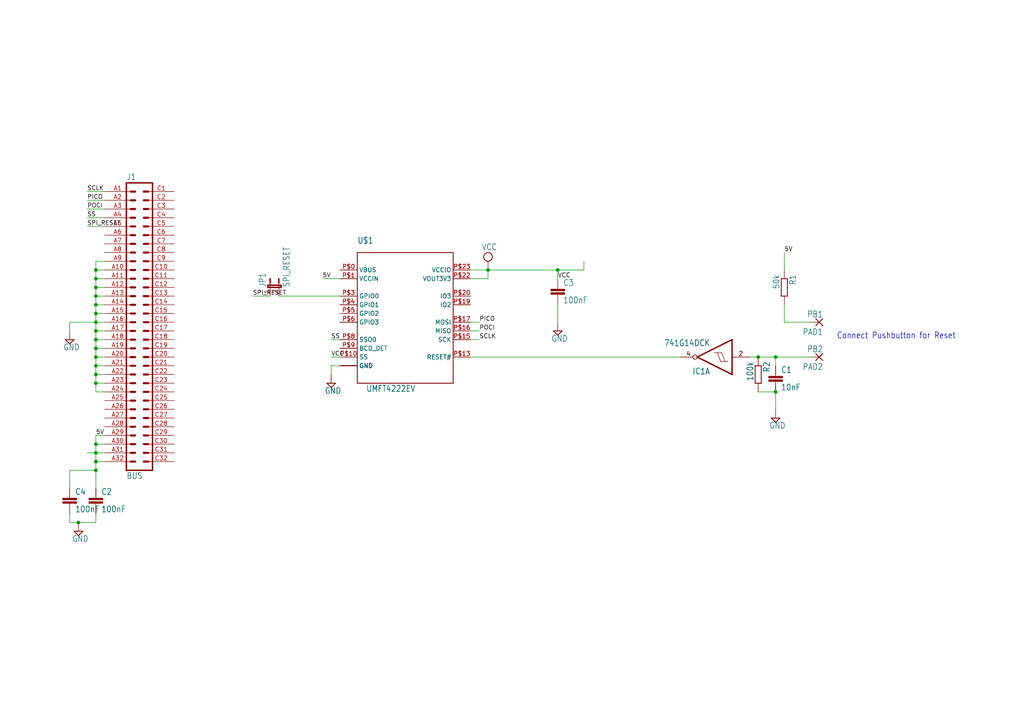
<source format=kicad_sch>
(kicad_sch
	(version 20231120)
	(generator "eeschema")
	(generator_version "8.0")
	(uuid "37c7344b-02e2-4783-aae9-69947b5f6607")
	(paper "User" 298.45 210.007)
	(lib_symbols
		(symbol "USB2SPI-eagle-import:741G14DCK"
			(exclude_from_sim no)
			(in_bom yes)
			(on_board yes)
			(property "Reference" "IC"
				(at -0.635 -0.635 0)
				(effects
					(font
						(size 1.778 1.5113)
					)
					(justify left bottom)
				)
			)
			(property "Value" ""
				(at 1.27 -5.08 0)
				(effects
					(font
						(size 1.778 1.5113)
					)
					(justify left bottom)
					(hide yes)
				)
			)
			(property "Footprint" "USB2SPI:SC70-5"
				(at 0 0 0)
				(effects
					(font
						(size 1.27 1.27)
					)
					(hide yes)
				)
			)
			(property "Datasheet" ""
				(at 0 0 0)
				(effects
					(font
						(size 1.27 1.27)
					)
					(hide yes)
				)
			)
			(property "Description" "Single Schmitt-Trigger Inverter Gate"
				(at 0 0 0)
				(effects
					(font
						(size 1.27 1.27)
					)
					(hide yes)
				)
			)
			(property "ki_locked" ""
				(at 0 0 0)
				(effects
					(font
						(size 1.27 1.27)
					)
				)
			)
			(symbol "741G14DCK_1_0"
				(polyline
					(pts
						(xy -5.08 -5.08) (xy -5.08 5.08)
					)
					(stroke
						(width 0.4064)
						(type solid)
					)
					(fill
						(type none)
					)
				)
				(polyline
					(pts
						(xy -5.08 5.08) (xy 5.08 0)
					)
					(stroke
						(width 0.4064)
						(type solid)
					)
					(fill
						(type none)
					)
				)
				(polyline
					(pts
						(xy -3.937 1.27) (xy -3.048 1.27)
					)
					(stroke
						(width 0.1524)
						(type solid)
					)
					(fill
						(type none)
					)
				)
				(polyline
					(pts
						(xy -3.048 1.27) (xy -1.778 1.27)
					)
					(stroke
						(width 0.1524)
						(type solid)
					)
					(fill
						(type none)
					)
				)
				(polyline
					(pts
						(xy -2.032 -1.27) (xy -3.048 1.27)
					)
					(stroke
						(width 0.1524)
						(type solid)
					)
					(fill
						(type none)
					)
				)
				(polyline
					(pts
						(xy -2.032 -1.27) (xy -0.762 -1.27)
					)
					(stroke
						(width 0.1524)
						(type solid)
					)
					(fill
						(type none)
					)
				)
				(polyline
					(pts
						(xy -0.762 -1.27) (xy -1.778 1.27)
					)
					(stroke
						(width 0.1524)
						(type solid)
					)
					(fill
						(type none)
					)
				)
				(polyline
					(pts
						(xy -0.762 -1.27) (xy 0.127 -1.27)
					)
					(stroke
						(width 0.1524)
						(type solid)
					)
					(fill
						(type none)
					)
				)
				(polyline
					(pts
						(xy 5.08 0) (xy -5.08 -5.08)
					)
					(stroke
						(width 0.4064)
						(type solid)
					)
					(fill
						(type none)
					)
				)
				(pin input line
					(at -10.16 0 0)
					(length 5.08)
					(name "I"
						(effects
							(font
								(size 0 0)
							)
						)
					)
					(number "2"
						(effects
							(font
								(size 1.27 1.27)
							)
						)
					)
				)
				(pin output inverted
					(at 10.16 0 180)
					(length 5.08)
					(name "O"
						(effects
							(font
								(size 0 0)
							)
						)
					)
					(number "4"
						(effects
							(font
								(size 1.27 1.27)
							)
						)
					)
				)
			)
			(symbol "741G14DCK_2_0"
				(text "GND"
					(at 1.905 -6.35 900)
					(effects
						(font
							(size 1.27 1.0795)
						)
						(justify left bottom)
					)
				)
				(text "VCC"
					(at 1.905 2.54 900)
					(effects
						(font
							(size 1.27 1.0795)
						)
						(justify left bottom)
					)
				)
				(pin power_in line
					(at 0 -7.62 90)
					(length 5.08)
					(name "GND"
						(effects
							(font
								(size 0 0)
							)
						)
					)
					(number "3"
						(effects
							(font
								(size 1.27 1.27)
							)
						)
					)
				)
				(pin power_in line
					(at 0 7.62 270)
					(length 5.08)
					(name "VCC"
						(effects
							(font
								(size 0 0)
							)
						)
					)
					(number "5"
						(effects
							(font
								(size 1.27 1.27)
							)
						)
					)
				)
			)
		)
		(symbol "USB2SPI-eagle-import:C-EUC0603"
			(exclude_from_sim no)
			(in_bom yes)
			(on_board yes)
			(property "Reference" "C"
				(at 1.524 0.381 0)
				(effects
					(font
						(size 1.778 1.5113)
					)
					(justify left bottom)
				)
			)
			(property "Value" ""
				(at 1.524 -4.699 0)
				(effects
					(font
						(size 1.778 1.5113)
					)
					(justify left bottom)
				)
			)
			(property "Footprint" "USB2SPI:C0603"
				(at 0 0 0)
				(effects
					(font
						(size 1.27 1.27)
					)
					(hide yes)
				)
			)
			(property "Datasheet" ""
				(at 0 0 0)
				(effects
					(font
						(size 1.27 1.27)
					)
					(hide yes)
				)
			)
			(property "Description" "CAPACITOR, European symbol"
				(at 0 0 0)
				(effects
					(font
						(size 1.27 1.27)
					)
					(hide yes)
				)
			)
			(property "ki_locked" ""
				(at 0 0 0)
				(effects
					(font
						(size 1.27 1.27)
					)
				)
			)
			(symbol "C-EUC0603_1_0"
				(rectangle
					(start -2.032 -2.032)
					(end 2.032 -1.524)
					(stroke
						(width 0)
						(type default)
					)
					(fill
						(type outline)
					)
				)
				(rectangle
					(start -2.032 -1.016)
					(end 2.032 -0.508)
					(stroke
						(width 0)
						(type default)
					)
					(fill
						(type outline)
					)
				)
				(polyline
					(pts
						(xy 0 -2.54) (xy 0 -2.032)
					)
					(stroke
						(width 0.1524)
						(type solid)
					)
					(fill
						(type none)
					)
				)
				(polyline
					(pts
						(xy 0 0) (xy 0 -0.508)
					)
					(stroke
						(width 0.1524)
						(type solid)
					)
					(fill
						(type none)
					)
				)
				(pin passive line
					(at 0 2.54 270)
					(length 2.54)
					(name "1"
						(effects
							(font
								(size 0 0)
							)
						)
					)
					(number "1"
						(effects
							(font
								(size 0 0)
							)
						)
					)
				)
				(pin passive line
					(at 0 -5.08 90)
					(length 2.54)
					(name "2"
						(effects
							(font
								(size 0 0)
							)
						)
					)
					(number "2"
						(effects
							(font
								(size 0 0)
							)
						)
					)
				)
			)
		)
		(symbol "USB2SPI-eagle-import:GND"
			(power)
			(exclude_from_sim no)
			(in_bom yes)
			(on_board yes)
			(property "Reference" "#SUPPLY"
				(at 0 0 0)
				(effects
					(font
						(size 1.27 1.27)
					)
					(hide yes)
				)
			)
			(property "Value" ""
				(at -1.905 -3.175 0)
				(effects
					(font
						(size 1.778 1.5113)
					)
					(justify left bottom)
				)
			)
			(property "Footprint" ""
				(at 0 0 0)
				(effects
					(font
						(size 1.27 1.27)
					)
					(hide yes)
				)
			)
			(property "Datasheet" ""
				(at 0 0 0)
				(effects
					(font
						(size 1.27 1.27)
					)
					(hide yes)
				)
			)
			(property "Description" "SUPPLY SYMBOL"
				(at 0 0 0)
				(effects
					(font
						(size 1.27 1.27)
					)
					(hide yes)
				)
			)
			(property "ki_locked" ""
				(at 0 0 0)
				(effects
					(font
						(size 1.27 1.27)
					)
				)
			)
			(symbol "GND_1_0"
				(polyline
					(pts
						(xy -1.27 0) (xy 1.27 0)
					)
					(stroke
						(width 0.254)
						(type solid)
					)
					(fill
						(type none)
					)
				)
				(polyline
					(pts
						(xy 0 -1.27) (xy -1.27 0)
					)
					(stroke
						(width 0.254)
						(type solid)
					)
					(fill
						(type none)
					)
				)
				(polyline
					(pts
						(xy 1.27 0) (xy 0 -1.27)
					)
					(stroke
						(width 0.254)
						(type solid)
					)
					(fill
						(type none)
					)
				)
				(pin power_in line
					(at 0 2.54 270)
					(length 2.54)
					(name "GND"
						(effects
							(font
								(size 0 0)
							)
						)
					)
					(number "1"
						(effects
							(font
								(size 0 0)
							)
						)
					)
				)
			)
		)
		(symbol "USB2SPI-eagle-import:JP1E"
			(exclude_from_sim no)
			(in_bom yes)
			(on_board yes)
			(property "Reference" "JP"
				(at -1.27 0 90)
				(effects
					(font
						(size 1.778 1.5113)
					)
					(justify left bottom)
				)
			)
			(property "Value" ""
				(at 5.715 0 90)
				(effects
					(font
						(size 1.778 1.5113)
					)
					(justify left bottom)
				)
			)
			(property "Footprint" "USB2SPI:JP1"
				(at 0 0 0)
				(effects
					(font
						(size 1.27 1.27)
					)
					(hide yes)
				)
			)
			(property "Datasheet" ""
				(at 0 0 0)
				(effects
					(font
						(size 1.27 1.27)
					)
					(hide yes)
				)
			)
			(property "Description" "JUMPER"
				(at 0 0 0)
				(effects
					(font
						(size 1.27 1.27)
					)
					(hide yes)
				)
			)
			(property "ki_locked" ""
				(at 0 0 0)
				(effects
					(font
						(size 1.27 1.27)
					)
				)
			)
			(symbol "JP1E_1_0"
				(polyline
					(pts
						(xy -0.635 0) (xy 3.175 0)
					)
					(stroke
						(width 0.4064)
						(type solid)
					)
					(fill
						(type none)
					)
				)
				(polyline
					(pts
						(xy -0.635 0.635) (xy -0.635 0)
					)
					(stroke
						(width 0.4064)
						(type solid)
					)
					(fill
						(type none)
					)
				)
				(polyline
					(pts
						(xy 0 0) (xy 0 1.27)
					)
					(stroke
						(width 0.1524)
						(type solid)
					)
					(fill
						(type none)
					)
				)
				(polyline
					(pts
						(xy 0 2.54) (xy 0 1.27)
					)
					(stroke
						(width 0.4064)
						(type solid)
					)
					(fill
						(type none)
					)
				)
				(polyline
					(pts
						(xy 2.54 0) (xy 2.54 1.27)
					)
					(stroke
						(width 0.1524)
						(type solid)
					)
					(fill
						(type none)
					)
				)
				(polyline
					(pts
						(xy 2.54 2.54) (xy 2.54 1.27)
					)
					(stroke
						(width 0.4064)
						(type solid)
					)
					(fill
						(type none)
					)
				)
				(polyline
					(pts
						(xy 3.175 0) (xy 3.175 0.635)
					)
					(stroke
						(width 0.4064)
						(type solid)
					)
					(fill
						(type none)
					)
				)
				(polyline
					(pts
						(xy 3.175 0.635) (xy -0.635 0.635)
					)
					(stroke
						(width 0.4064)
						(type solid)
					)
					(fill
						(type none)
					)
				)
				(pin passive line
					(at 0 -2.54 90)
					(length 2.54)
					(name "1"
						(effects
							(font
								(size 0 0)
							)
						)
					)
					(number "1"
						(effects
							(font
								(size 1.27 1.27)
							)
						)
					)
				)
				(pin passive line
					(at 2.54 -2.54 90)
					(length 2.54)
					(name "2"
						(effects
							(font
								(size 0 0)
							)
						)
					)
					(number "2"
						(effects
							(font
								(size 1.27 1.27)
							)
						)
					)
				)
			)
		)
		(symbol "USB2SPI-eagle-import:R-EU_R0603"
			(exclude_from_sim no)
			(in_bom yes)
			(on_board yes)
			(property "Reference" "R"
				(at -3.81 1.4986 0)
				(effects
					(font
						(size 1.778 1.5113)
					)
					(justify left bottom)
				)
			)
			(property "Value" ""
				(at -3.81 -3.302 0)
				(effects
					(font
						(size 1.778 1.5113)
					)
					(justify left bottom)
				)
			)
			(property "Footprint" "USB2SPI:R0603"
				(at 0 0 0)
				(effects
					(font
						(size 1.27 1.27)
					)
					(hide yes)
				)
			)
			(property "Datasheet" ""
				(at 0 0 0)
				(effects
					(font
						(size 1.27 1.27)
					)
					(hide yes)
				)
			)
			(property "Description" "RESISTOR, European symbol"
				(at 0 0 0)
				(effects
					(font
						(size 1.27 1.27)
					)
					(hide yes)
				)
			)
			(property "ki_locked" ""
				(at 0 0 0)
				(effects
					(font
						(size 1.27 1.27)
					)
				)
			)
			(symbol "R-EU_R0603_1_0"
				(polyline
					(pts
						(xy -2.54 -0.889) (xy -2.54 0.889)
					)
					(stroke
						(width 0.254)
						(type solid)
					)
					(fill
						(type none)
					)
				)
				(polyline
					(pts
						(xy -2.54 -0.889) (xy 2.54 -0.889)
					)
					(stroke
						(width 0.254)
						(type solid)
					)
					(fill
						(type none)
					)
				)
				(polyline
					(pts
						(xy 2.54 -0.889) (xy 2.54 0.889)
					)
					(stroke
						(width 0.254)
						(type solid)
					)
					(fill
						(type none)
					)
				)
				(polyline
					(pts
						(xy 2.54 0.889) (xy -2.54 0.889)
					)
					(stroke
						(width 0.254)
						(type solid)
					)
					(fill
						(type none)
					)
				)
				(pin passive line
					(at -5.08 0 0)
					(length 2.54)
					(name "1"
						(effects
							(font
								(size 0 0)
							)
						)
					)
					(number "1"
						(effects
							(font
								(size 0 0)
							)
						)
					)
				)
				(pin passive line
					(at 5.08 0 180)
					(length 2.54)
					(name "2"
						(effects
							(font
								(size 0 0)
							)
						)
					)
					(number "2"
						(effects
							(font
								(size 0 0)
							)
						)
					)
				)
			)
		)
		(symbol "USB2SPI-eagle-import:SMD5"
			(exclude_from_sim no)
			(in_bom yes)
			(on_board yes)
			(property "Reference" "PAD"
				(at -1.143 1.8542 0)
				(effects
					(font
						(size 1.778 1.5113)
					)
					(justify left bottom)
				)
			)
			(property "Value" ""
				(at -1.143 -3.302 0)
				(effects
					(font
						(size 1.778 1.5113)
					)
					(justify left bottom)
				)
			)
			(property "Footprint" "USB2SPI:SMD2,54-5,08"
				(at 0 0 0)
				(effects
					(font
						(size 1.27 1.27)
					)
					(hide yes)
				)
			)
			(property "Datasheet" ""
				(at 0 0 0)
				(effects
					(font
						(size 1.27 1.27)
					)
					(hide yes)
				)
			)
			(property "Description" "SMD PAD"
				(at 0 0 0)
				(effects
					(font
						(size 1.27 1.27)
					)
					(hide yes)
				)
			)
			(property "ki_locked" ""
				(at 0 0 0)
				(effects
					(font
						(size 1.27 1.27)
					)
				)
			)
			(symbol "SMD5_1_0"
				(polyline
					(pts
						(xy -1.016 -1.016) (xy 1.016 1.016)
					)
					(stroke
						(width 0.254)
						(type solid)
					)
					(fill
						(type none)
					)
				)
				(polyline
					(pts
						(xy -1.016 1.016) (xy 1.016 -1.016)
					)
					(stroke
						(width 0.254)
						(type solid)
					)
					(fill
						(type none)
					)
				)
				(pin passive line
					(at 2.54 0 180)
					(length 2.54)
					(name "P"
						(effects
							(font
								(size 0 0)
							)
						)
					)
					(number "1"
						(effects
							(font
								(size 0 0)
							)
						)
					)
				)
			)
		)
		(symbol "USB2SPI-eagle-import:UMFT4222EV"
			(exclude_from_sim no)
			(in_bom yes)
			(on_board yes)
			(property "Reference" ""
				(at -15.24 25.4 0)
				(effects
					(font
						(size 1.778 1.5113)
					)
					(justify left bottom)
					(hide yes)
				)
			)
			(property "Value" ""
				(at -12.7 -17.78 0)
				(effects
					(font
						(size 1.778 1.5113)
					)
					(justify left bottom)
				)
			)
			(property "Footprint" "USB2SPI:UMFT4222EV"
				(at 0 0 0)
				(effects
					(font
						(size 1.27 1.27)
					)
					(hide yes)
				)
			)
			(property "Datasheet" ""
				(at 0 0 0)
				(effects
					(font
						(size 1.27 1.27)
					)
					(hide yes)
				)
			)
			(property "Description" ""
				(at 0 0 0)
				(effects
					(font
						(size 1.27 1.27)
					)
					(hide yes)
				)
			)
			(property "ki_locked" ""
				(at 0 0 0)
				(effects
					(font
						(size 1.27 1.27)
					)
				)
			)
			(symbol "UMFT4222EV_1_0"
				(polyline
					(pts
						(xy -15.24 -15.24) (xy 12.7 -15.24)
					)
					(stroke
						(width 0.254)
						(type solid)
					)
					(fill
						(type none)
					)
				)
				(polyline
					(pts
						(xy -15.24 22.86) (xy -15.24 -15.24)
					)
					(stroke
						(width 0.254)
						(type solid)
					)
					(fill
						(type none)
					)
				)
				(polyline
					(pts
						(xy 12.7 -15.24) (xy 12.7 22.86)
					)
					(stroke
						(width 0.254)
						(type solid)
					)
					(fill
						(type none)
					)
				)
				(polyline
					(pts
						(xy 12.7 22.86) (xy -15.24 22.86)
					)
					(stroke
						(width 0.254)
						(type solid)
					)
					(fill
						(type none)
					)
				)
				(pin bidirectional line
					(at -20.32 17.78 0)
					(length 5.08)
					(name "VBUS"
						(effects
							(font
								(size 1.27 1.27)
							)
						)
					)
					(number "P$0"
						(effects
							(font
								(size 1.27 1.27)
							)
						)
					)
				)
				(pin bidirectional line
					(at -20.32 15.24 0)
					(length 5.08)
					(name "VCCIN"
						(effects
							(font
								(size 1.27 1.27)
							)
						)
					)
					(number "P$1"
						(effects
							(font
								(size 1.27 1.27)
							)
						)
					)
				)
				(pin bidirectional line
					(at -20.32 -7.62 0)
					(length 5.08)
					(name "SS"
						(effects
							(font
								(size 1.27 1.27)
							)
						)
					)
					(number "P$10"
						(effects
							(font
								(size 1.27 1.27)
							)
						)
					)
				)
				(pin bidirectional line
					(at -20.32 -10.16 0)
					(length 5.08)
					(name "GND"
						(effects
							(font
								(size 1.27 1.27)
							)
						)
					)
					(number "P$11"
						(effects
							(font
								(size 0 0)
							)
						)
					)
				)
				(pin bidirectional line
					(at -20.32 -10.16 0)
					(length 5.08)
					(name "GND"
						(effects
							(font
								(size 1.27 1.27)
							)
						)
					)
					(number "P$12"
						(effects
							(font
								(size 0 0)
							)
						)
					)
				)
				(pin bidirectional line
					(at 17.78 -7.62 180)
					(length 5.08)
					(name "RESET#"
						(effects
							(font
								(size 1.27 1.27)
							)
						)
					)
					(number "P$13"
						(effects
							(font
								(size 1.27 1.27)
							)
						)
					)
				)
				(pin bidirectional line
					(at -20.32 -10.16 0)
					(length 5.08)
					(name "GND"
						(effects
							(font
								(size 1.27 1.27)
							)
						)
					)
					(number "P$14"
						(effects
							(font
								(size 0 0)
							)
						)
					)
				)
				(pin bidirectional line
					(at 17.78 -2.54 180)
					(length 5.08)
					(name "SCK"
						(effects
							(font
								(size 1.27 1.27)
							)
						)
					)
					(number "P$15"
						(effects
							(font
								(size 1.27 1.27)
							)
						)
					)
				)
				(pin bidirectional line
					(at 17.78 0 180)
					(length 5.08)
					(name "MISO"
						(effects
							(font
								(size 1.27 1.27)
							)
						)
					)
					(number "P$16"
						(effects
							(font
								(size 1.27 1.27)
							)
						)
					)
				)
				(pin bidirectional line
					(at 17.78 2.54 180)
					(length 5.08)
					(name "MOSI"
						(effects
							(font
								(size 1.27 1.27)
							)
						)
					)
					(number "P$17"
						(effects
							(font
								(size 1.27 1.27)
							)
						)
					)
				)
				(pin bidirectional line
					(at -20.32 -10.16 0)
					(length 5.08)
					(name "GND"
						(effects
							(font
								(size 1.27 1.27)
							)
						)
					)
					(number "P$18"
						(effects
							(font
								(size 0 0)
							)
						)
					)
				)
				(pin bidirectional line
					(at 17.78 7.62 180)
					(length 5.08)
					(name "IO2"
						(effects
							(font
								(size 1.27 1.27)
							)
						)
					)
					(number "P$19"
						(effects
							(font
								(size 1.27 1.27)
							)
						)
					)
				)
				(pin bidirectional line
					(at -20.32 -10.16 0)
					(length 5.08)
					(name "GND"
						(effects
							(font
								(size 1.27 1.27)
							)
						)
					)
					(number "P$2"
						(effects
							(font
								(size 0 0)
							)
						)
					)
				)
				(pin bidirectional line
					(at 17.78 10.16 180)
					(length 5.08)
					(name "IO3"
						(effects
							(font
								(size 1.27 1.27)
							)
						)
					)
					(number "P$20"
						(effects
							(font
								(size 1.27 1.27)
							)
						)
					)
				)
				(pin bidirectional line
					(at -20.32 -10.16 0)
					(length 5.08)
					(name "GND"
						(effects
							(font
								(size 1.27 1.27)
							)
						)
					)
					(number "P$21"
						(effects
							(font
								(size 0 0)
							)
						)
					)
				)
				(pin bidirectional line
					(at 17.78 15.24 180)
					(length 5.08)
					(name "VOUT3V3"
						(effects
							(font
								(size 1.27 1.27)
							)
						)
					)
					(number "P$22"
						(effects
							(font
								(size 1.27 1.27)
							)
						)
					)
				)
				(pin bidirectional line
					(at 17.78 17.78 180)
					(length 5.08)
					(name "VCCIO"
						(effects
							(font
								(size 1.27 1.27)
							)
						)
					)
					(number "P$23"
						(effects
							(font
								(size 1.27 1.27)
							)
						)
					)
				)
				(pin bidirectional line
					(at -20.32 10.16 0)
					(length 5.08)
					(name "GPIO0"
						(effects
							(font
								(size 1.27 1.27)
							)
						)
					)
					(number "P$3"
						(effects
							(font
								(size 1.27 1.27)
							)
						)
					)
				)
				(pin bidirectional line
					(at -20.32 7.62 0)
					(length 5.08)
					(name "GPIO1"
						(effects
							(font
								(size 1.27 1.27)
							)
						)
					)
					(number "P$4"
						(effects
							(font
								(size 1.27 1.27)
							)
						)
					)
				)
				(pin bidirectional line
					(at -20.32 5.08 0)
					(length 5.08)
					(name "GPIO2"
						(effects
							(font
								(size 1.27 1.27)
							)
						)
					)
					(number "P$5"
						(effects
							(font
								(size 1.27 1.27)
							)
						)
					)
				)
				(pin bidirectional line
					(at -20.32 2.54 0)
					(length 5.08)
					(name "GPIO3"
						(effects
							(font
								(size 1.27 1.27)
							)
						)
					)
					(number "P$6"
						(effects
							(font
								(size 1.27 1.27)
							)
						)
					)
				)
				(pin bidirectional line
					(at -20.32 -10.16 0)
					(length 5.08)
					(name "GND"
						(effects
							(font
								(size 1.27 1.27)
							)
						)
					)
					(number "P$7"
						(effects
							(font
								(size 0 0)
							)
						)
					)
				)
				(pin bidirectional line
					(at -20.32 -2.54 0)
					(length 5.08)
					(name "SSO0"
						(effects
							(font
								(size 1.27 1.27)
							)
						)
					)
					(number "P$8"
						(effects
							(font
								(size 1.27 1.27)
							)
						)
					)
				)
				(pin bidirectional line
					(at -20.32 -5.08 0)
					(length 5.08)
					(name "BCD_DET"
						(effects
							(font
								(size 1.27 1.27)
							)
						)
					)
					(number "P$9"
						(effects
							(font
								(size 1.27 1.27)
							)
						)
					)
				)
			)
		)
		(symbol "USB2SPI-eagle-import:VCC"
			(power)
			(exclude_from_sim no)
			(in_bom yes)
			(on_board yes)
			(property "Reference" "#SUPPLY"
				(at 0 0 0)
				(effects
					(font
						(size 1.27 1.27)
					)
					(hide yes)
				)
			)
			(property "Value" ""
				(at -1.905 3.175 0)
				(effects
					(font
						(size 1.778 1.5113)
					)
					(justify left bottom)
				)
			)
			(property "Footprint" ""
				(at 0 0 0)
				(effects
					(font
						(size 1.27 1.27)
					)
					(hide yes)
				)
			)
			(property "Datasheet" ""
				(at 0 0 0)
				(effects
					(font
						(size 1.27 1.27)
					)
					(hide yes)
				)
			)
			(property "Description" "SUPPLY SYMBOL"
				(at 0 0 0)
				(effects
					(font
						(size 1.27 1.27)
					)
					(hide yes)
				)
			)
			(property "ki_locked" ""
				(at 0 0 0)
				(effects
					(font
						(size 1.27 1.27)
					)
				)
			)
			(symbol "VCC_1_0"
				(circle
					(center 0 1.27)
					(radius 1.27)
					(stroke
						(width 0.254)
						(type solid)
					)
					(fill
						(type none)
					)
				)
				(pin power_in line
					(at 0 -2.54 90)
					(length 2.54)
					(name "VCC"
						(effects
							(font
								(size 0 0)
							)
						)
					)
					(number "1"
						(effects
							(font
								(size 0 0)
							)
						)
					)
				)
			)
		)
		(symbol "USB2SPI-eagle-import:VG64P"
			(exclude_from_sim no)
			(in_bom yes)
			(on_board yes)
			(property "Reference" "J"
				(at -3.81 41.402 0)
				(effects
					(font
						(size 1.778 1.5113)
					)
					(justify left bottom)
				)
			)
			(property "Value" ""
				(at -3.81 -45.72 0)
				(effects
					(font
						(size 1.778 1.5113)
					)
					(justify left bottom)
				)
			)
			(property "Footprint" "USB2SPI:VG64P"
				(at 0 0 0)
				(effects
					(font
						(size 1.27 1.27)
					)
					(hide yes)
				)
			)
			(property "Datasheet" ""
				(at 0 0 0)
				(effects
					(font
						(size 1.27 1.27)
					)
					(hide yes)
				)
			)
			(property "Description" "PCB\n\nEUROCARD, 64-pin type C/AC, 2.54 mm"
				(at 0 0 0)
				(effects
					(font
						(size 1.27 1.27)
					)
					(hide yes)
				)
			)
			(property "ki_locked" ""
				(at 0 0 0)
				(effects
					(font
						(size 1.27 1.27)
					)
				)
			)
			(symbol "VG64P_1_0"
				(polyline
					(pts
						(xy -3.81 40.64) (xy -3.81 -43.18)
					)
					(stroke
						(width 0.4064)
						(type solid)
					)
					(fill
						(type none)
					)
				)
				(polyline
					(pts
						(xy -3.81 40.64) (xy 3.81 40.64)
					)
					(stroke
						(width 0.4064)
						(type solid)
					)
					(fill
						(type none)
					)
				)
				(polyline
					(pts
						(xy -2.54 -40.64) (xy -1.27 -40.64)
					)
					(stroke
						(width 0.6096)
						(type solid)
					)
					(fill
						(type none)
					)
				)
				(polyline
					(pts
						(xy -2.54 -38.1) (xy -1.27 -38.1)
					)
					(stroke
						(width 0.6096)
						(type solid)
					)
					(fill
						(type none)
					)
				)
				(polyline
					(pts
						(xy -2.54 -35.56) (xy -1.27 -35.56)
					)
					(stroke
						(width 0.6096)
						(type solid)
					)
					(fill
						(type none)
					)
				)
				(polyline
					(pts
						(xy -2.54 -33.02) (xy -1.27 -33.02)
					)
					(stroke
						(width 0.6096)
						(type solid)
					)
					(fill
						(type none)
					)
				)
				(polyline
					(pts
						(xy -2.54 -30.48) (xy -1.27 -30.48)
					)
					(stroke
						(width 0.6096)
						(type solid)
					)
					(fill
						(type none)
					)
				)
				(polyline
					(pts
						(xy -2.54 -27.94) (xy -1.27 -27.94)
					)
					(stroke
						(width 0.6096)
						(type solid)
					)
					(fill
						(type none)
					)
				)
				(polyline
					(pts
						(xy -2.54 -25.4) (xy -1.27 -25.4)
					)
					(stroke
						(width 0.6096)
						(type solid)
					)
					(fill
						(type none)
					)
				)
				(polyline
					(pts
						(xy -2.54 -22.86) (xy -1.27 -22.86)
					)
					(stroke
						(width 0.6096)
						(type solid)
					)
					(fill
						(type none)
					)
				)
				(polyline
					(pts
						(xy -2.54 -20.32) (xy -1.27 -20.32)
					)
					(stroke
						(width 0.6096)
						(type solid)
					)
					(fill
						(type none)
					)
				)
				(polyline
					(pts
						(xy -2.54 -17.78) (xy -1.27 -17.78)
					)
					(stroke
						(width 0.6096)
						(type solid)
					)
					(fill
						(type none)
					)
				)
				(polyline
					(pts
						(xy -2.54 -15.24) (xy -1.27 -15.24)
					)
					(stroke
						(width 0.6096)
						(type solid)
					)
					(fill
						(type none)
					)
				)
				(polyline
					(pts
						(xy -2.54 -12.7) (xy -1.27 -12.7)
					)
					(stroke
						(width 0.6096)
						(type solid)
					)
					(fill
						(type none)
					)
				)
				(polyline
					(pts
						(xy -2.54 -10.16) (xy -1.27 -10.16)
					)
					(stroke
						(width 0.6096)
						(type solid)
					)
					(fill
						(type none)
					)
				)
				(polyline
					(pts
						(xy -2.54 -7.62) (xy -1.27 -7.62)
					)
					(stroke
						(width 0.6096)
						(type solid)
					)
					(fill
						(type none)
					)
				)
				(polyline
					(pts
						(xy -2.54 -5.08) (xy -1.27 -5.08)
					)
					(stroke
						(width 0.6096)
						(type solid)
					)
					(fill
						(type none)
					)
				)
				(polyline
					(pts
						(xy -2.54 -2.54) (xy -1.27 -2.54)
					)
					(stroke
						(width 0.6096)
						(type solid)
					)
					(fill
						(type none)
					)
				)
				(polyline
					(pts
						(xy -2.54 0) (xy -1.27 0)
					)
					(stroke
						(width 0.6096)
						(type solid)
					)
					(fill
						(type none)
					)
				)
				(polyline
					(pts
						(xy -2.54 2.54) (xy -1.27 2.54)
					)
					(stroke
						(width 0.6096)
						(type solid)
					)
					(fill
						(type none)
					)
				)
				(polyline
					(pts
						(xy -2.54 5.08) (xy -1.27 5.08)
					)
					(stroke
						(width 0.6096)
						(type solid)
					)
					(fill
						(type none)
					)
				)
				(polyline
					(pts
						(xy -2.54 7.62) (xy -1.27 7.62)
					)
					(stroke
						(width 0.6096)
						(type solid)
					)
					(fill
						(type none)
					)
				)
				(polyline
					(pts
						(xy -2.54 10.16) (xy -1.27 10.16)
					)
					(stroke
						(width 0.6096)
						(type solid)
					)
					(fill
						(type none)
					)
				)
				(polyline
					(pts
						(xy -2.54 12.7) (xy -1.27 12.7)
					)
					(stroke
						(width 0.6096)
						(type solid)
					)
					(fill
						(type none)
					)
				)
				(polyline
					(pts
						(xy -2.54 15.24) (xy -1.27 15.24)
					)
					(stroke
						(width 0.6096)
						(type solid)
					)
					(fill
						(type none)
					)
				)
				(polyline
					(pts
						(xy -2.54 17.78) (xy -1.27 17.78)
					)
					(stroke
						(width 0.6096)
						(type solid)
					)
					(fill
						(type none)
					)
				)
				(polyline
					(pts
						(xy -2.54 20.32) (xy -1.27 20.32)
					)
					(stroke
						(width 0.6096)
						(type solid)
					)
					(fill
						(type none)
					)
				)
				(polyline
					(pts
						(xy -2.54 22.86) (xy -1.27 22.86)
					)
					(stroke
						(width 0.6096)
						(type solid)
					)
					(fill
						(type none)
					)
				)
				(polyline
					(pts
						(xy -2.54 25.4) (xy -1.27 25.4)
					)
					(stroke
						(width 0.6096)
						(type solid)
					)
					(fill
						(type none)
					)
				)
				(polyline
					(pts
						(xy -2.54 27.94) (xy -1.27 27.94)
					)
					(stroke
						(width 0.6096)
						(type solid)
					)
					(fill
						(type none)
					)
				)
				(polyline
					(pts
						(xy -2.54 30.48) (xy -1.27 30.48)
					)
					(stroke
						(width 0.6096)
						(type solid)
					)
					(fill
						(type none)
					)
				)
				(polyline
					(pts
						(xy -2.54 33.02) (xy -1.27 33.02)
					)
					(stroke
						(width 0.6096)
						(type solid)
					)
					(fill
						(type none)
					)
				)
				(polyline
					(pts
						(xy -2.54 35.56) (xy -1.27 35.56)
					)
					(stroke
						(width 0.6096)
						(type solid)
					)
					(fill
						(type none)
					)
				)
				(polyline
					(pts
						(xy -2.54 38.1) (xy -1.27 38.1)
					)
					(stroke
						(width 0.6096)
						(type solid)
					)
					(fill
						(type none)
					)
				)
				(polyline
					(pts
						(xy 1.27 -40.64) (xy 2.54 -40.64)
					)
					(stroke
						(width 0.6096)
						(type solid)
					)
					(fill
						(type none)
					)
				)
				(polyline
					(pts
						(xy 1.27 -38.1) (xy 2.54 -38.1)
					)
					(stroke
						(width 0.6096)
						(type solid)
					)
					(fill
						(type none)
					)
				)
				(polyline
					(pts
						(xy 1.27 -35.56) (xy 2.54 -35.56)
					)
					(stroke
						(width 0.6096)
						(type solid)
					)
					(fill
						(type none)
					)
				)
				(polyline
					(pts
						(xy 1.27 -33.02) (xy 2.54 -33.02)
					)
					(stroke
						(width 0.6096)
						(type solid)
					)
					(fill
						(type none)
					)
				)
				(polyline
					(pts
						(xy 1.27 -30.48) (xy 2.54 -30.48)
					)
					(stroke
						(width 0.6096)
						(type solid)
					)
					(fill
						(type none)
					)
				)
				(polyline
					(pts
						(xy 1.27 -27.94) (xy 2.54 -27.94)
					)
					(stroke
						(width 0.6096)
						(type solid)
					)
					(fill
						(type none)
					)
				)
				(polyline
					(pts
						(xy 1.27 -25.4) (xy 2.54 -25.4)
					)
					(stroke
						(width 0.6096)
						(type solid)
					)
					(fill
						(type none)
					)
				)
				(polyline
					(pts
						(xy 1.27 -22.86) (xy 2.54 -22.86)
					)
					(stroke
						(width 0.6096)
						(type solid)
					)
					(fill
						(type none)
					)
				)
				(polyline
					(pts
						(xy 1.27 -20.32) (xy 2.54 -20.32)
					)
					(stroke
						(width 0.6096)
						(type solid)
					)
					(fill
						(type none)
					)
				)
				(polyline
					(pts
						(xy 1.27 -17.78) (xy 2.54 -17.78)
					)
					(stroke
						(width 0.6096)
						(type solid)
					)
					(fill
						(type none)
					)
				)
				(polyline
					(pts
						(xy 1.27 -15.24) (xy 2.54 -15.24)
					)
					(stroke
						(width 0.6096)
						(type solid)
					)
					(fill
						(type none)
					)
				)
				(polyline
					(pts
						(xy 1.27 -12.7) (xy 2.54 -12.7)
					)
					(stroke
						(width 0.6096)
						(type solid)
					)
					(fill
						(type none)
					)
				)
				(polyline
					(pts
						(xy 1.27 -10.16) (xy 2.54 -10.16)
					)
					(stroke
						(width 0.6096)
						(type solid)
					)
					(fill
						(type none)
					)
				)
				(polyline
					(pts
						(xy 1.27 -7.62) (xy 2.54 -7.62)
					)
					(stroke
						(width 0.6096)
						(type solid)
					)
					(fill
						(type none)
					)
				)
				(polyline
					(pts
						(xy 1.27 -5.08) (xy 2.54 -5.08)
					)
					(stroke
						(width 0.6096)
						(type solid)
					)
					(fill
						(type none)
					)
				)
				(polyline
					(pts
						(xy 1.27 -2.54) (xy 2.54 -2.54)
					)
					(stroke
						(width 0.6096)
						(type solid)
					)
					(fill
						(type none)
					)
				)
				(polyline
					(pts
						(xy 1.27 0) (xy 2.54 0)
					)
					(stroke
						(width 0.6096)
						(type solid)
					)
					(fill
						(type none)
					)
				)
				(polyline
					(pts
						(xy 1.27 2.54) (xy 2.54 2.54)
					)
					(stroke
						(width 0.6096)
						(type solid)
					)
					(fill
						(type none)
					)
				)
				(polyline
					(pts
						(xy 1.27 5.08) (xy 2.54 5.08)
					)
					(stroke
						(width 0.6096)
						(type solid)
					)
					(fill
						(type none)
					)
				)
				(polyline
					(pts
						(xy 1.27 7.62) (xy 2.54 7.62)
					)
					(stroke
						(width 0.6096)
						(type solid)
					)
					(fill
						(type none)
					)
				)
				(polyline
					(pts
						(xy 1.27 10.16) (xy 2.54 10.16)
					)
					(stroke
						(width 0.6096)
						(type solid)
					)
					(fill
						(type none)
					)
				)
				(polyline
					(pts
						(xy 1.27 12.7) (xy 2.54 12.7)
					)
					(stroke
						(width 0.6096)
						(type solid)
					)
					(fill
						(type none)
					)
				)
				(polyline
					(pts
						(xy 1.27 15.24) (xy 2.54 15.24)
					)
					(stroke
						(width 0.6096)
						(type solid)
					)
					(fill
						(type none)
					)
				)
				(polyline
					(pts
						(xy 1.27 17.78) (xy 2.54 17.78)
					)
					(stroke
						(width 0.6096)
						(type solid)
					)
					(fill
						(type none)
					)
				)
				(polyline
					(pts
						(xy 1.27 20.32) (xy 2.54 20.32)
					)
					(stroke
						(width 0.6096)
						(type solid)
					)
					(fill
						(type none)
					)
				)
				(polyline
					(pts
						(xy 1.27 22.86) (xy 2.54 22.86)
					)
					(stroke
						(width 0.6096)
						(type solid)
					)
					(fill
						(type none)
					)
				)
				(polyline
					(pts
						(xy 1.27 25.4) (xy 2.54 25.4)
					)
					(stroke
						(width 0.6096)
						(type solid)
					)
					(fill
						(type none)
					)
				)
				(polyline
					(pts
						(xy 1.27 27.94) (xy 2.54 27.94)
					)
					(stroke
						(width 0.6096)
						(type solid)
					)
					(fill
						(type none)
					)
				)
				(polyline
					(pts
						(xy 1.27 30.48) (xy 2.54 30.48)
					)
					(stroke
						(width 0.6096)
						(type solid)
					)
					(fill
						(type none)
					)
				)
				(polyline
					(pts
						(xy 1.27 33.02) (xy 2.54 33.02)
					)
					(stroke
						(width 0.6096)
						(type solid)
					)
					(fill
						(type none)
					)
				)
				(polyline
					(pts
						(xy 1.27 35.56) (xy 2.54 35.56)
					)
					(stroke
						(width 0.6096)
						(type solid)
					)
					(fill
						(type none)
					)
				)
				(polyline
					(pts
						(xy 1.27 38.1) (xy 2.54 38.1)
					)
					(stroke
						(width 0.6096)
						(type solid)
					)
					(fill
						(type none)
					)
				)
				(polyline
					(pts
						(xy 3.81 -43.18) (xy -3.81 -43.18)
					)
					(stroke
						(width 0.4064)
						(type solid)
					)
					(fill
						(type none)
					)
				)
				(polyline
					(pts
						(xy 3.81 -43.18) (xy 3.81 40.64)
					)
					(stroke
						(width 0.4064)
						(type solid)
					)
					(fill
						(type none)
					)
				)
				(pin passive line
					(at -10.16 38.1 0)
					(length 7.62)
					(name "A1"
						(effects
							(font
								(size 0 0)
							)
						)
					)
					(number "A1"
						(effects
							(font
								(size 1.27 1.27)
							)
						)
					)
				)
				(pin passive line
					(at -10.16 15.24 0)
					(length 7.62)
					(name "A10"
						(effects
							(font
								(size 0 0)
							)
						)
					)
					(number "A10"
						(effects
							(font
								(size 1.27 1.27)
							)
						)
					)
				)
				(pin passive line
					(at -10.16 12.7 0)
					(length 7.62)
					(name "A11"
						(effects
							(font
								(size 0 0)
							)
						)
					)
					(number "A11"
						(effects
							(font
								(size 1.27 1.27)
							)
						)
					)
				)
				(pin passive line
					(at -10.16 10.16 0)
					(length 7.62)
					(name "A12"
						(effects
							(font
								(size 0 0)
							)
						)
					)
					(number "A12"
						(effects
							(font
								(size 1.27 1.27)
							)
						)
					)
				)
				(pin passive line
					(at -10.16 7.62 0)
					(length 7.62)
					(name "A13"
						(effects
							(font
								(size 0 0)
							)
						)
					)
					(number "A13"
						(effects
							(font
								(size 1.27 1.27)
							)
						)
					)
				)
				(pin passive line
					(at -10.16 5.08 0)
					(length 7.62)
					(name "A14"
						(effects
							(font
								(size 0 0)
							)
						)
					)
					(number "A14"
						(effects
							(font
								(size 1.27 1.27)
							)
						)
					)
				)
				(pin passive line
					(at -10.16 2.54 0)
					(length 7.62)
					(name "A15"
						(effects
							(font
								(size 0 0)
							)
						)
					)
					(number "A15"
						(effects
							(font
								(size 1.27 1.27)
							)
						)
					)
				)
				(pin passive line
					(at -10.16 0 0)
					(length 7.62)
					(name "A16"
						(effects
							(font
								(size 0 0)
							)
						)
					)
					(number "A16"
						(effects
							(font
								(size 1.27 1.27)
							)
						)
					)
				)
				(pin passive line
					(at -10.16 -2.54 0)
					(length 7.62)
					(name "A17"
						(effects
							(font
								(size 0 0)
							)
						)
					)
					(number "A17"
						(effects
							(font
								(size 1.27 1.27)
							)
						)
					)
				)
				(pin passive line
					(at -10.16 -5.08 0)
					(length 7.62)
					(name "A18"
						(effects
							(font
								(size 0 0)
							)
						)
					)
					(number "A18"
						(effects
							(font
								(size 1.27 1.27)
							)
						)
					)
				)
				(pin passive line
					(at -10.16 -7.62 0)
					(length 7.62)
					(name "A19"
						(effects
							(font
								(size 0 0)
							)
						)
					)
					(number "A19"
						(effects
							(font
								(size 1.27 1.27)
							)
						)
					)
				)
				(pin passive line
					(at -10.16 35.56 0)
					(length 7.62)
					(name "A2"
						(effects
							(font
								(size 0 0)
							)
						)
					)
					(number "A2"
						(effects
							(font
								(size 1.27 1.27)
							)
						)
					)
				)
				(pin passive line
					(at -10.16 -10.16 0)
					(length 7.62)
					(name "A20"
						(effects
							(font
								(size 0 0)
							)
						)
					)
					(number "A20"
						(effects
							(font
								(size 1.27 1.27)
							)
						)
					)
				)
				(pin passive line
					(at -10.16 -12.7 0)
					(length 7.62)
					(name "A21"
						(effects
							(font
								(size 0 0)
							)
						)
					)
					(number "A21"
						(effects
							(font
								(size 1.27 1.27)
							)
						)
					)
				)
				(pin passive line
					(at -10.16 -15.24 0)
					(length 7.62)
					(name "A22"
						(effects
							(font
								(size 0 0)
							)
						)
					)
					(number "A22"
						(effects
							(font
								(size 1.27 1.27)
							)
						)
					)
				)
				(pin passive line
					(at -10.16 -17.78 0)
					(length 7.62)
					(name "A23"
						(effects
							(font
								(size 0 0)
							)
						)
					)
					(number "A23"
						(effects
							(font
								(size 1.27 1.27)
							)
						)
					)
				)
				(pin passive line
					(at -10.16 -20.32 0)
					(length 7.62)
					(name "A24"
						(effects
							(font
								(size 0 0)
							)
						)
					)
					(number "A24"
						(effects
							(font
								(size 1.27 1.27)
							)
						)
					)
				)
				(pin passive line
					(at -10.16 -22.86 0)
					(length 7.62)
					(name "A25"
						(effects
							(font
								(size 0 0)
							)
						)
					)
					(number "A25"
						(effects
							(font
								(size 1.27 1.27)
							)
						)
					)
				)
				(pin passive line
					(at -10.16 -25.4 0)
					(length 7.62)
					(name "A26"
						(effects
							(font
								(size 0 0)
							)
						)
					)
					(number "A26"
						(effects
							(font
								(size 1.27 1.27)
							)
						)
					)
				)
				(pin passive line
					(at -10.16 -27.94 0)
					(length 7.62)
					(name "A27"
						(effects
							(font
								(size 0 0)
							)
						)
					)
					(number "A27"
						(effects
							(font
								(size 1.27 1.27)
							)
						)
					)
				)
				(pin passive line
					(at -10.16 -30.48 0)
					(length 7.62)
					(name "A28"
						(effects
							(font
								(size 0 0)
							)
						)
					)
					(number "A28"
						(effects
							(font
								(size 1.27 1.27)
							)
						)
					)
				)
				(pin passive line
					(at -10.16 -33.02 0)
					(length 7.62)
					(name "A29"
						(effects
							(font
								(size 0 0)
							)
						)
					)
					(number "A29"
						(effects
							(font
								(size 1.27 1.27)
							)
						)
					)
				)
				(pin passive line
					(at -10.16 33.02 0)
					(length 7.62)
					(name "A3"
						(effects
							(font
								(size 0 0)
							)
						)
					)
					(number "A3"
						(effects
							(font
								(size 1.27 1.27)
							)
						)
					)
				)
				(pin passive line
					(at -10.16 -35.56 0)
					(length 7.62)
					(name "A30"
						(effects
							(font
								(size 0 0)
							)
						)
					)
					(number "A30"
						(effects
							(font
								(size 1.27 1.27)
							)
						)
					)
				)
				(pin passive line
					(at -10.16 -38.1 0)
					(length 7.62)
					(name "A31"
						(effects
							(font
								(size 0 0)
							)
						)
					)
					(number "A31"
						(effects
							(font
								(size 1.27 1.27)
							)
						)
					)
				)
				(pin passive line
					(at -10.16 -40.64 0)
					(length 7.62)
					(name "A32"
						(effects
							(font
								(size 0 0)
							)
						)
					)
					(number "A32"
						(effects
							(font
								(size 1.27 1.27)
							)
						)
					)
				)
				(pin passive line
					(at -10.16 30.48 0)
					(length 7.62)
					(name "A4"
						(effects
							(font
								(size 0 0)
							)
						)
					)
					(number "A4"
						(effects
							(font
								(size 1.27 1.27)
							)
						)
					)
				)
				(pin passive line
					(at -10.16 27.94 0)
					(length 7.62)
					(name "A5"
						(effects
							(font
								(size 0 0)
							)
						)
					)
					(number "A5"
						(effects
							(font
								(size 1.27 1.27)
							)
						)
					)
				)
				(pin passive line
					(at -10.16 25.4 0)
					(length 7.62)
					(name "A6"
						(effects
							(font
								(size 0 0)
							)
						)
					)
					(number "A6"
						(effects
							(font
								(size 1.27 1.27)
							)
						)
					)
				)
				(pin passive line
					(at -10.16 22.86 0)
					(length 7.62)
					(name "A7"
						(effects
							(font
								(size 0 0)
							)
						)
					)
					(number "A7"
						(effects
							(font
								(size 1.27 1.27)
							)
						)
					)
				)
				(pin passive line
					(at -10.16 20.32 0)
					(length 7.62)
					(name "A8"
						(effects
							(font
								(size 0 0)
							)
						)
					)
					(number "A8"
						(effects
							(font
								(size 1.27 1.27)
							)
						)
					)
				)
				(pin passive line
					(at -10.16 17.78 0)
					(length 7.62)
					(name "A9"
						(effects
							(font
								(size 0 0)
							)
						)
					)
					(number "A9"
						(effects
							(font
								(size 1.27 1.27)
							)
						)
					)
				)
				(pin passive line
					(at 10.16 38.1 180)
					(length 7.62)
					(name "C1"
						(effects
							(font
								(size 0 0)
							)
						)
					)
					(number "C1"
						(effects
							(font
								(size 1.27 1.27)
							)
						)
					)
				)
				(pin passive line
					(at 10.16 15.24 180)
					(length 7.62)
					(name "C10"
						(effects
							(font
								(size 0 0)
							)
						)
					)
					(number "C10"
						(effects
							(font
								(size 1.27 1.27)
							)
						)
					)
				)
				(pin passive line
					(at 10.16 12.7 180)
					(length 7.62)
					(name "C11"
						(effects
							(font
								(size 0 0)
							)
						)
					)
					(number "C11"
						(effects
							(font
								(size 1.27 1.27)
							)
						)
					)
				)
				(pin passive line
					(at 10.16 10.16 180)
					(length 7.62)
					(name "C12"
						(effects
							(font
								(size 0 0)
							)
						)
					)
					(number "C12"
						(effects
							(font
								(size 1.27 1.27)
							)
						)
					)
				)
				(pin passive line
					(at 10.16 7.62 180)
					(length 7.62)
					(name "C13"
						(effects
							(font
								(size 0 0)
							)
						)
					)
					(number "C13"
						(effects
							(font
								(size 1.27 1.27)
							)
						)
					)
				)
				(pin passive line
					(at 10.16 5.08 180)
					(length 7.62)
					(name "C14"
						(effects
							(font
								(size 0 0)
							)
						)
					)
					(number "C14"
						(effects
							(font
								(size 1.27 1.27)
							)
						)
					)
				)
				(pin passive line
					(at 10.16 2.54 180)
					(length 7.62)
					(name "C15"
						(effects
							(font
								(size 0 0)
							)
						)
					)
					(number "C15"
						(effects
							(font
								(size 1.27 1.27)
							)
						)
					)
				)
				(pin passive line
					(at 10.16 0 180)
					(length 7.62)
					(name "C16"
						(effects
							(font
								(size 0 0)
							)
						)
					)
					(number "C16"
						(effects
							(font
								(size 1.27 1.27)
							)
						)
					)
				)
				(pin passive line
					(at 10.16 -2.54 180)
					(length 7.62)
					(name "C17"
						(effects
							(font
								(size 0 0)
							)
						)
					)
					(number "C17"
						(effects
							(font
								(size 1.27 1.27)
							)
						)
					)
				)
				(pin passive line
					(at 10.16 -5.08 180)
					(length 7.62)
					(name "C18"
						(effects
							(font
								(size 0 0)
							)
						)
					)
					(number "C18"
						(effects
							(font
								(size 1.27 1.27)
							)
						)
					)
				)
				(pin passive line
					(at 10.16 -7.62 180)
					(length 7.62)
					(name "C19"
						(effects
							(font
								(size 0 0)
							)
						)
					)
					(number "C19"
						(effects
							(font
								(size 1.27 1.27)
							)
						)
					)
				)
				(pin passive line
					(at 10.16 35.56 180)
					(length 7.62)
					(name "C2"
						(effects
							(font
								(size 0 0)
							)
						)
					)
					(number "C2"
						(effects
							(font
								(size 1.27 1.27)
							)
						)
					)
				)
				(pin passive line
					(at 10.16 -10.16 180)
					(length 7.62)
					(name "C20"
						(effects
							(font
								(size 0 0)
							)
						)
					)
					(number "C20"
						(effects
							(font
								(size 1.27 1.27)
							)
						)
					)
				)
				(pin passive line
					(at 10.16 -12.7 180)
					(length 7.62)
					(name "C21"
						(effects
							(font
								(size 0 0)
							)
						)
					)
					(number "C21"
						(effects
							(font
								(size 1.27 1.27)
							)
						)
					)
				)
				(pin passive line
					(at 10.16 -15.24 180)
					(length 7.62)
					(name "C22"
						(effects
							(font
								(size 0 0)
							)
						)
					)
					(number "C22"
						(effects
							(font
								(size 1.27 1.27)
							)
						)
					)
				)
				(pin passive line
					(at 10.16 -17.78 180)
					(length 7.62)
					(name "C23"
						(effects
							(font
								(size 0 0)
							)
						)
					)
					(number "C23"
						(effects
							(font
								(size 1.27 1.27)
							)
						)
					)
				)
				(pin passive line
					(at 10.16 -20.32 180)
					(length 7.62)
					(name "C24"
						(effects
							(font
								(size 0 0)
							)
						)
					)
					(number "C24"
						(effects
							(font
								(size 1.27 1.27)
							)
						)
					)
				)
				(pin passive line
					(at 10.16 -22.86 180)
					(length 7.62)
					(name "C25"
						(effects
							(font
								(size 0 0)
							)
						)
					)
					(number "C25"
						(effects
							(font
								(size 1.27 1.27)
							)
						)
					)
				)
				(pin passive line
					(at 10.16 -25.4 180)
					(length 7.62)
					(name "C26"
						(effects
							(font
								(size 0 0)
							)
						)
					)
					(number "C26"
						(effects
							(font
								(size 1.27 1.27)
							)
						)
					)
				)
				(pin passive line
					(at 10.16 -27.94 180)
					(length 7.62)
					(name "C27"
						(effects
							(font
								(size 0 0)
							)
						)
					)
					(number "C27"
						(effects
							(font
								(size 1.27 1.27)
							)
						)
					)
				)
				(pin passive line
					(at 10.16 -30.48 180)
					(length 7.62)
					(name "C28"
						(effects
							(font
								(size 0 0)
							)
						)
					)
					(number "C28"
						(effects
							(font
								(size 1.27 1.27)
							)
						)
					)
				)
				(pin passive line
					(at 10.16 -33.02 180)
					(length 7.62)
					(name "C29"
						(effects
							(font
								(size 0 0)
							)
						)
					)
					(number "C29"
						(effects
							(font
								(size 1.27 1.27)
							)
						)
					)
				)
				(pin passive line
					(at 10.16 33.02 180)
					(length 7.62)
					(name "C3"
						(effects
							(font
								(size 0 0)
							)
						)
					)
					(number "C3"
						(effects
							(font
								(size 1.27 1.27)
							)
						)
					)
				)
				(pin passive line
					(at 10.16 -35.56 180)
					(length 7.62)
					(name "C30"
						(effects
							(font
								(size 0 0)
							)
						)
					)
					(number "C30"
						(effects
							(font
								(size 1.27 1.27)
							)
						)
					)
				)
				(pin passive line
					(at 10.16 -38.1 180)
					(length 7.62)
					(name "C31"
						(effects
							(font
								(size 0 0)
							)
						)
					)
					(number "C31"
						(effects
							(font
								(size 1.27 1.27)
							)
						)
					)
				)
				(pin passive line
					(at 10.16 -40.64 180)
					(length 7.62)
					(name "C32"
						(effects
							(font
								(size 0 0)
							)
						)
					)
					(number "C32"
						(effects
							(font
								(size 1.27 1.27)
							)
						)
					)
				)
				(pin passive line
					(at 10.16 30.48 180)
					(length 7.62)
					(name "C4"
						(effects
							(font
								(size 0 0)
							)
						)
					)
					(number "C4"
						(effects
							(font
								(size 1.27 1.27)
							)
						)
					)
				)
				(pin passive line
					(at 10.16 27.94 180)
					(length 7.62)
					(name "C5"
						(effects
							(font
								(size 0 0)
							)
						)
					)
					(number "C5"
						(effects
							(font
								(size 1.27 1.27)
							)
						)
					)
				)
				(pin passive line
					(at 10.16 25.4 180)
					(length 7.62)
					(name "C6"
						(effects
							(font
								(size 0 0)
							)
						)
					)
					(number "C6"
						(effects
							(font
								(size 1.27 1.27)
							)
						)
					)
				)
				(pin passive line
					(at 10.16 22.86 180)
					(length 7.62)
					(name "C7"
						(effects
							(font
								(size 0 0)
							)
						)
					)
					(number "C7"
						(effects
							(font
								(size 1.27 1.27)
							)
						)
					)
				)
				(pin passive line
					(at 10.16 20.32 180)
					(length 7.62)
					(name "C8"
						(effects
							(font
								(size 0 0)
							)
						)
					)
					(number "C8"
						(effects
							(font
								(size 1.27 1.27)
							)
						)
					)
				)
				(pin passive line
					(at 10.16 17.78 180)
					(length 7.62)
					(name "C9"
						(effects
							(font
								(size 0 0)
							)
						)
					)
					(number "C9"
						(effects
							(font
								(size 1.27 1.27)
							)
						)
					)
				)
			)
		)
	)
	(junction
		(at 220.98 104.14)
		(diameter 0)
		(color 0 0 0 0)
		(uuid "0ac856f8-e6a8-4275-aa9c-26ddfe38e557")
	)
	(junction
		(at 226.06 104.14)
		(diameter 0)
		(color 0 0 0 0)
		(uuid "0b80d452-cdd8-4432-84f4-1f55877f7a15")
	)
	(junction
		(at 27.94 91.44)
		(diameter 0)
		(color 0 0 0 0)
		(uuid "1a8c433d-efed-412e-bd65-c4a9e1c9da7d")
	)
	(junction
		(at 27.94 96.52)
		(diameter 0)
		(color 0 0 0 0)
		(uuid "2c1a6e61-8110-4598-918d-08b6f36f285c")
	)
	(junction
		(at 27.94 106.68)
		(diameter 0)
		(color 0 0 0 0)
		(uuid "2e6abec0-8671-4b71-8442-8834abcbab7b")
	)
	(junction
		(at 142.24 78.74)
		(diameter 0)
		(color 0 0 0 0)
		(uuid "31ab39b3-bd09-47e3-b00a-64d5e5226284")
	)
	(junction
		(at 27.94 132.08)
		(diameter 0)
		(color 0 0 0 0)
		(uuid "40cdb0aa-2312-4fe0-918f-e43b492e846b")
	)
	(junction
		(at 27.94 111.76)
		(diameter 0)
		(color 0 0 0 0)
		(uuid "4c24b6bb-2d3f-46e0-99ce-604c9c8ec0ee")
	)
	(junction
		(at 27.94 129.54)
		(diameter 0)
		(color 0 0 0 0)
		(uuid "4e679cf8-6824-4fe0-a630-9f81ecb304e6")
	)
	(junction
		(at 27.94 86.36)
		(diameter 0)
		(color 0 0 0 0)
		(uuid "54931b11-2352-4cb9-8502-dde5bc31dcaf")
	)
	(junction
		(at 226.06 114.3)
		(diameter 0)
		(color 0 0 0 0)
		(uuid "58d5e5df-83aa-4185-b08b-cca5ee25d54d")
	)
	(junction
		(at 27.94 81.28)
		(diameter 0)
		(color 0 0 0 0)
		(uuid "6506214c-c0e5-4e8d-9f37-05fb4682c7e2")
	)
	(junction
		(at 27.94 78.74)
		(diameter 0)
		(color 0 0 0 0)
		(uuid "7483bd6b-c895-4ca3-aa41-08e29f337425")
	)
	(junction
		(at 27.94 99.06)
		(diameter 0)
		(color 0 0 0 0)
		(uuid "7e48ac17-6a77-4908-b873-e73b1e600323")
	)
	(junction
		(at 162.56 78.74)
		(diameter 0)
		(color 0 0 0 0)
		(uuid "88f32b39-1852-477a-9f30-449990a698f6")
	)
	(junction
		(at 27.94 109.22)
		(diameter 0)
		(color 0 0 0 0)
		(uuid "90b5c34f-502d-4658-898d-9d3ace201643")
	)
	(junction
		(at 27.94 83.82)
		(diameter 0)
		(color 0 0 0 0)
		(uuid "9890fbca-ecb1-436e-abc9-ebe381d94555")
	)
	(junction
		(at 27.94 101.6)
		(diameter 0)
		(color 0 0 0 0)
		(uuid "9e646762-fee6-4d7a-b0e0-8246a8120c76")
	)
	(junction
		(at 27.94 88.9)
		(diameter 0)
		(color 0 0 0 0)
		(uuid "9f23ac8d-a837-4a8f-820b-c2c1eca3ac33")
	)
	(junction
		(at 27.94 134.62)
		(diameter 0)
		(color 0 0 0 0)
		(uuid "cae7150e-44a2-4ac1-afac-2b399389f3e7")
	)
	(junction
		(at 27.94 93.98)
		(diameter 0)
		(color 0 0 0 0)
		(uuid "cd873a15-8c8e-4808-985d-e15d3958e223")
	)
	(junction
		(at 27.94 137.16)
		(diameter 0)
		(color 0 0 0 0)
		(uuid "dffc4107-3a2a-4bf3-969b-ce96edaa1a34")
	)
	(junction
		(at 22.86 152.4)
		(diameter 0)
		(color 0 0 0 0)
		(uuid "f1edeff5-57f7-43cf-8a7f-b5c0858104f8")
	)
	(junction
		(at 27.94 104.14)
		(diameter 0)
		(color 0 0 0 0)
		(uuid "f4c3bf47-81e6-43ce-b059-d2f75c960d07")
	)
	(wire
		(pts
			(xy 30.48 66.04) (xy 25.4 66.04)
		)
		(stroke
			(width 0.1524)
			(type solid)
		)
		(uuid "097deda5-9011-4116-a828-75dcad0008fc")
	)
	(wire
		(pts
			(xy 27.94 78.74) (xy 27.94 81.28)
		)
		(stroke
			(width 0.1524)
			(type solid)
		)
		(uuid "0b55bcc7-b6b4-4945-92a8-469374b34efc")
	)
	(wire
		(pts
			(xy 226.06 104.14) (xy 220.98 104.14)
		)
		(stroke
			(width 0.1524)
			(type solid)
		)
		(uuid "0d37052e-3453-4d99-a745-0b98e22e7316")
	)
	(wire
		(pts
			(xy 170.18 78.74) (xy 170.18 76.2)
		)
		(stroke
			(width 0.1524)
			(type solid)
		)
		(uuid "0f4b6da5-c0e1-4a67-878e-522faef38f2f")
	)
	(wire
		(pts
			(xy 142.24 78.74) (xy 137.16 78.74)
		)
		(stroke
			(width 0.1524)
			(type solid)
		)
		(uuid "1164df6f-819e-4f9f-b8c7-7beccacd0bd3")
	)
	(wire
		(pts
			(xy 137.16 99.06) (xy 139.7 99.06)
		)
		(stroke
			(width 0.1524)
			(type solid)
		)
		(uuid "11a17408-97c8-47b6-9eed-ee478870daa5")
	)
	(wire
		(pts
			(xy 27.94 132.08) (xy 27.94 134.62)
		)
		(stroke
			(width 0.1524)
			(type solid)
		)
		(uuid "17097dd8-0cc5-4a67-ac5c-174f16beb6ae")
	)
	(wire
		(pts
			(xy 30.48 81.28) (xy 27.94 81.28)
		)
		(stroke
			(width 0.1524)
			(type solid)
		)
		(uuid "1f5e14b9-99c7-4ae4-a708-ad3b8866b026")
	)
	(wire
		(pts
			(xy 27.94 96.52) (xy 27.94 99.06)
		)
		(stroke
			(width 0.1524)
			(type solid)
		)
		(uuid "25eb9dd8-68b5-4136-81bd-f302750ed22d")
	)
	(wire
		(pts
			(xy 27.94 81.28) (xy 27.94 83.82)
		)
		(stroke
			(width 0.1524)
			(type solid)
		)
		(uuid "266b7c37-3065-48bd-88f7-a6a81d187b82")
	)
	(wire
		(pts
			(xy 30.48 88.9) (xy 27.94 88.9)
		)
		(stroke
			(width 0.1524)
			(type solid)
		)
		(uuid "2870009a-22c1-4823-b8b1-1952503a2ef2")
	)
	(wire
		(pts
			(xy 30.48 78.74) (xy 27.94 78.74)
		)
		(stroke
			(width 0.1524)
			(type solid)
		)
		(uuid "2bebe5c8-8ee6-45f5-8621-67f07d85effa")
	)
	(wire
		(pts
			(xy 30.48 132.08) (xy 27.94 132.08)
		)
		(stroke
			(width 0.1524)
			(type solid)
		)
		(uuid "2ee8976d-39ea-488e-98be-c2781c8c744e")
	)
	(wire
		(pts
			(xy 30.48 129.54) (xy 27.94 129.54)
		)
		(stroke
			(width 0.1524)
			(type solid)
		)
		(uuid "2ffbddcf-83d3-4f84-a330-a091f9ca8639")
	)
	(wire
		(pts
			(xy 30.48 91.44) (xy 27.94 91.44)
		)
		(stroke
			(width 0.1524)
			(type solid)
		)
		(uuid "302bc865-4f99-4583-b0f2-8d44d8d17fd1")
	)
	(wire
		(pts
			(xy 27.94 129.54) (xy 27.94 132.08)
		)
		(stroke
			(width 0.1524)
			(type solid)
		)
		(uuid "32153ea2-ee17-4ee6-ac78-094c91d9bda3")
	)
	(wire
		(pts
			(xy 27.94 142.24) (xy 27.94 137.16)
		)
		(stroke
			(width 0.1524)
			(type solid)
		)
		(uuid "346d939d-a463-494d-ad54-f6fbeb52c70f")
	)
	(wire
		(pts
			(xy 20.32 137.16) (xy 20.32 142.24)
		)
		(stroke
			(width 0.1524)
			(type solid)
		)
		(uuid "352aa6b6-6fb3-432b-96aa-21dba7b45349")
	)
	(wire
		(pts
			(xy 228.6 88.9) (xy 228.6 93.98)
		)
		(stroke
			(width 0.1524)
			(type solid)
		)
		(uuid "35810574-1da4-4402-9b1b-36c9813cc9ca")
	)
	(wire
		(pts
			(xy 137.16 81.28) (xy 142.24 81.28)
		)
		(stroke
			(width 0.1524)
			(type solid)
		)
		(uuid "3791c173-c2af-472f-894c-5f56c750d42b")
	)
	(wire
		(pts
			(xy 226.06 114.3) (xy 226.06 119.38)
		)
		(stroke
			(width 0.1524)
			(type solid)
		)
		(uuid "3973c25c-0b2b-40ca-ba0e-568fae1aa32b")
	)
	(wire
		(pts
			(xy 27.94 83.82) (xy 27.94 86.36)
		)
		(stroke
			(width 0.1524)
			(type solid)
		)
		(uuid "3d426267-ec4d-47e7-9340-82a4b3eada8d")
	)
	(wire
		(pts
			(xy 27.94 101.6) (xy 27.94 104.14)
		)
		(stroke
			(width 0.1524)
			(type solid)
		)
		(uuid "3dd03d8e-c1c9-4b98-9750-8b42de49c9fe")
	)
	(wire
		(pts
			(xy 27.94 104.14) (xy 30.48 104.14)
		)
		(stroke
			(width 0.1524)
			(type solid)
		)
		(uuid "422ea2f3-cdb3-4a5e-bff0-40019f22eda5")
	)
	(wire
		(pts
			(xy 99.06 81.28) (xy 93.98 81.28)
		)
		(stroke
			(width 0.1524)
			(type solid)
		)
		(uuid "424ef548-85f9-4aa3-ad7f-3096095b802c")
	)
	(wire
		(pts
			(xy 162.56 81.28) (xy 162.56 78.74)
		)
		(stroke
			(width 0.1524)
			(type solid)
		)
		(uuid "45d24010-2cb1-41cd-bf5c-86a8015b21a6")
	)
	(wire
		(pts
			(xy 30.48 83.82) (xy 27.94 83.82)
		)
		(stroke
			(width 0.1524)
			(type solid)
		)
		(uuid "4c39f629-68ae-43f5-9a23-68282285bcdf")
	)
	(wire
		(pts
			(xy 96.52 106.68) (xy 96.52 109.22)
		)
		(stroke
			(width 0.1524)
			(type solid)
		)
		(uuid "5028dda0-0f52-47ec-a756-7ebeb59ecbef")
	)
	(wire
		(pts
			(xy 27.94 99.06) (xy 27.94 101.6)
		)
		(stroke
			(width 0.1524)
			(type solid)
		)
		(uuid "5589c592-eaf5-4b3a-a738-44f70ac5340a")
	)
	(wire
		(pts
			(xy 99.06 106.68) (xy 96.52 106.68)
		)
		(stroke
			(width 0.1524)
			(type solid)
		)
		(uuid "56cd9eb3-77ce-4c1b-b6e7-80b6471ae941")
	)
	(wire
		(pts
			(xy 137.16 96.52) (xy 139.7 96.52)
		)
		(stroke
			(width 0.1524)
			(type solid)
		)
		(uuid "5c05dfe7-d052-4a4c-910e-d78f95bf11cd")
	)
	(wire
		(pts
			(xy 220.98 104.14) (xy 218.44 104.14)
		)
		(stroke
			(width 0.1524)
			(type solid)
		)
		(uuid "60b229ff-e60e-455d-83ee-fa7ad9d686ec")
	)
	(wire
		(pts
			(xy 30.48 106.68) (xy 27.94 106.68)
		)
		(stroke
			(width 0.1524)
			(type solid)
		)
		(uuid "61142f0c-23bf-4d35-99fe-f2bb418e4d30")
	)
	(wire
		(pts
			(xy 27.94 88.9) (xy 27.94 91.44)
		)
		(stroke
			(width 0.1524)
			(type solid)
		)
		(uuid "634e9643-e55e-4399-9fb1-4b19c7694e98")
	)
	(wire
		(pts
			(xy 27.94 132.08) (xy 25.4 132.08)
		)
		(stroke
			(width 0.1524)
			(type solid)
		)
		(uuid "63788ee7-5b57-4715-b6c8-f95c6b260109")
	)
	(wire
		(pts
			(xy 27.94 127) (xy 27.94 129.54)
		)
		(stroke
			(width 0.1524)
			(type solid)
		)
		(uuid "6aeb631f-ae7d-4441-9748-ac01e4958e69")
	)
	(wire
		(pts
			(xy 30.48 55.88) (xy 25.4 55.88)
		)
		(stroke
			(width 0.1524)
			(type solid)
		)
		(uuid "6b8fe433-7fda-463e-850a-226acfa611a0")
	)
	(wire
		(pts
			(xy 27.94 76.2) (xy 27.94 78.74)
		)
		(stroke
			(width 0.1524)
			(type solid)
		)
		(uuid "6f153517-eff8-415b-b0ad-cf2fa4c9dfe7")
	)
	(wire
		(pts
			(xy 99.06 99.06) (xy 96.52 99.06)
		)
		(stroke
			(width 0.1524)
			(type solid)
		)
		(uuid "705bcc02-2b08-4dd3-a563-fda0dfbb4ffe")
	)
	(wire
		(pts
			(xy 30.48 60.96) (xy 25.4 60.96)
		)
		(stroke
			(width 0.1524)
			(type solid)
		)
		(uuid "7c913686-b251-49c1-87c3-de99662386aa")
	)
	(wire
		(pts
			(xy 30.48 93.98) (xy 27.94 93.98)
		)
		(stroke
			(width 0.1524)
			(type solid)
		)
		(uuid "822926bc-5b30-450f-b1ce-433a670bf54f")
	)
	(wire
		(pts
			(xy 27.94 86.36) (xy 27.94 88.9)
		)
		(stroke
			(width 0.1524)
			(type solid)
		)
		(uuid "82cbf576-3d30-435e-bece-804e7b1951b8")
	)
	(wire
		(pts
			(xy 27.94 137.16) (xy 20.32 137.16)
		)
		(stroke
			(width 0.1524)
			(type solid)
		)
		(uuid "96ba5ec4-8123-4790-815e-e4851d6320cc")
	)
	(wire
		(pts
			(xy 228.6 78.74) (xy 228.6 73.66)
		)
		(stroke
			(width 0.1524)
			(type solid)
		)
		(uuid "9763fdf0-0791-48ca-9620-3efcb8637ca6")
	)
	(wire
		(pts
			(xy 27.94 137.16) (xy 27.94 134.62)
		)
		(stroke
			(width 0.1524)
			(type solid)
		)
		(uuid "9cf851ec-a310-40cf-a3e6-910df6417733")
	)
	(wire
		(pts
			(xy 137.16 104.14) (xy 198.12 104.14)
		)
		(stroke
			(width 0.1524)
			(type solid)
		)
		(uuid "9e4b0b40-3837-43ad-862e-2666b8bb9582")
	)
	(wire
		(pts
			(xy 27.94 134.62) (xy 30.48 134.62)
		)
		(stroke
			(width 0.1524)
			(type solid)
		)
		(uuid "9ed28b4d-1bca-48f5-a0cf-43c574448e92")
	)
	(wire
		(pts
			(xy 20.32 152.4) (xy 22.86 152.4)
		)
		(stroke
			(width 0.1524)
			(type solid)
		)
		(uuid "a0ace4f0-d085-4a03-b682-ba1f1ce99169")
	)
	(wire
		(pts
			(xy 162.56 78.74) (xy 170.18 78.74)
		)
		(stroke
			(width 0.1524)
			(type solid)
		)
		(uuid "a3c8d38a-bb6e-41af-8521-b2301f3e2f35")
	)
	(wire
		(pts
			(xy 30.48 101.6) (xy 27.94 101.6)
		)
		(stroke
			(width 0.1524)
			(type solid)
		)
		(uuid "a6637e82-88f4-4296-9361-674d4235d355")
	)
	(wire
		(pts
			(xy 226.06 104.14) (xy 236.22 104.14)
		)
		(stroke
			(width 0.1524)
			(type solid)
		)
		(uuid "a716ae64-42a0-4000-a3af-0658b603d898")
	)
	(wire
		(pts
			(xy 137.16 93.98) (xy 139.7 93.98)
		)
		(stroke
			(width 0.1524)
			(type solid)
		)
		(uuid "a751f852-3a54-4156-b4c5-939a9ddffc6d")
	)
	(wire
		(pts
			(xy 27.94 91.44) (xy 27.94 93.98)
		)
		(stroke
			(width 0.1524)
			(type solid)
		)
		(uuid "a7d477b3-187b-4add-a71b-6a402801f10c")
	)
	(wire
		(pts
			(xy 30.48 86.36) (xy 27.94 86.36)
		)
		(stroke
			(width 0.1524)
			(type solid)
		)
		(uuid "abbe7f6a-112d-4b78-8c99-b4e6d2c6a6f8")
	)
	(wire
		(pts
			(xy 22.86 152.4) (xy 27.94 152.4)
		)
		(stroke
			(width 0.1524)
			(type solid)
		)
		(uuid "adcf3c54-6577-46e7-8f84-7d5048ed0093")
	)
	(wire
		(pts
			(xy 30.48 63.5) (xy 25.4 63.5)
		)
		(stroke
			(width 0.1524)
			(type solid)
		)
		(uuid "ae97db3a-54da-4a78-8688-070a0e51a7eb")
	)
	(wire
		(pts
			(xy 142.24 81.28) (xy 142.24 78.74)
		)
		(stroke
			(width 0.1524)
			(type solid)
		)
		(uuid "b062aadc-132e-4e1d-ac97-e6a510736f13")
	)
	(wire
		(pts
			(xy 30.48 109.22) (xy 27.94 109.22)
		)
		(stroke
			(width 0.1524)
			(type solid)
		)
		(uuid "b099b34a-29f7-4efa-be64-cc9f7adfed1c")
	)
	(wire
		(pts
			(xy 27.94 104.14) (xy 27.94 106.68)
		)
		(stroke
			(width 0.1524)
			(type solid)
		)
		(uuid "b100e23d-8f69-448e-addb-c0f479cc9852")
	)
	(wire
		(pts
			(xy 27.94 106.68) (xy 27.94 109.22)
		)
		(stroke
			(width 0.1524)
			(type solid)
		)
		(uuid "b5c8c46d-e675-43bc-a360-1f91a08ec4f9")
	)
	(wire
		(pts
			(xy 99.06 104.14) (xy 96.52 104.14)
		)
		(stroke
			(width 0.1524)
			(type solid)
		)
		(uuid "b9492ac7-a638-4f33-a93d-63fd3f4fc423")
	)
	(wire
		(pts
			(xy 30.48 58.42) (xy 25.4 58.42)
		)
		(stroke
			(width 0.1524)
			(type solid)
		)
		(uuid "bf795e05-a9b0-4224-9c1c-3304f82de4ef")
	)
	(wire
		(pts
			(xy 99.06 86.36) (xy 81.28 86.36)
		)
		(stroke
			(width 0.1524)
			(type solid)
		)
		(uuid "c235718f-7699-4a09-a3b7-1d9bcffb6b14")
	)
	(wire
		(pts
			(xy 228.6 93.98) (xy 236.22 93.98)
		)
		(stroke
			(width 0.1524)
			(type solid)
		)
		(uuid "c3054e9e-a7b6-4f6f-9b3b-ac497e9a41b1")
	)
	(wire
		(pts
			(xy 78.74 86.36) (xy 73.66 86.36)
		)
		(stroke
			(width 0.1524)
			(type solid)
		)
		(uuid "c7e4ebb5-b825-4e05-8b45-8bb20acd267b")
	)
	(wire
		(pts
			(xy 30.48 96.52) (xy 27.94 96.52)
		)
		(stroke
			(width 0.1524)
			(type solid)
		)
		(uuid "caa0760d-4600-4051-866d-bb1f1784cea3")
	)
	(wire
		(pts
			(xy 20.32 96.52) (xy 20.32 93.98)
		)
		(stroke
			(width 0.1524)
			(type solid)
		)
		(uuid "d07e8ede-1dee-4720-a344-5821be07f164")
	)
	(wire
		(pts
			(xy 27.94 152.4) (xy 27.94 149.86)
		)
		(stroke
			(width 0.1524)
			(type solid)
		)
		(uuid "d2550dd6-8abd-4937-920a-90fe0449decb")
	)
	(wire
		(pts
			(xy 27.94 93.98) (xy 27.94 96.52)
		)
		(stroke
			(width 0.1524)
			(type solid)
		)
		(uuid "d6a8bd6d-adeb-4abd-bbcf-ccacf60fc488")
	)
	(wire
		(pts
			(xy 30.48 99.06) (xy 27.94 99.06)
		)
		(stroke
			(width 0.1524)
			(type solid)
		)
		(uuid "dbdda0f3-b65b-4ecb-a27c-1c7271829531")
	)
	(wire
		(pts
			(xy 20.32 149.86) (xy 20.32 152.4)
		)
		(stroke
			(width 0.1524)
			(type solid)
		)
		(uuid "dc6cc288-cdcc-4c20-9d83-bf72f422f4a0")
	)
	(wire
		(pts
			(xy 142.24 78.74) (xy 162.56 78.74)
		)
		(stroke
			(width 0.1524)
			(type solid)
		)
		(uuid "e20019aa-aaa5-4491-aa56-9f7f2bd2f5f7")
	)
	(wire
		(pts
			(xy 27.94 111.76) (xy 27.94 114.3)
		)
		(stroke
			(width 0.1524)
			(type solid)
		)
		(uuid "e86dc772-befb-411b-be34-43c220f0b69d")
	)
	(wire
		(pts
			(xy 30.48 127) (xy 27.94 127)
		)
		(stroke
			(width 0.1524)
			(type solid)
		)
		(uuid "ecc81207-5338-475a-a917-8a30d5043e4a")
	)
	(wire
		(pts
			(xy 27.94 109.22) (xy 27.94 111.76)
		)
		(stroke
			(width 0.1524)
			(type solid)
		)
		(uuid "ed529d08-ca9d-4f39-869c-652317251db1")
	)
	(wire
		(pts
			(xy 226.06 106.68) (xy 226.06 104.14)
		)
		(stroke
			(width 0.1524)
			(type solid)
		)
		(uuid "f0769b73-eef6-495b-a308-582ac8993ca6")
	)
	(wire
		(pts
			(xy 30.48 76.2) (xy 27.94 76.2)
		)
		(stroke
			(width 0.1524)
			(type solid)
		)
		(uuid "f3506d57-2bc5-4533-a055-05e54a6ad9b0")
	)
	(wire
		(pts
			(xy 30.48 111.76) (xy 27.94 111.76)
		)
		(stroke
			(width 0.1524)
			(type solid)
		)
		(uuid "f711f88a-4e16-41e1-8cbc-6bd508a90a9b")
	)
	(wire
		(pts
			(xy 162.56 88.9) (xy 162.56 93.98)
		)
		(stroke
			(width 0.1524)
			(type solid)
		)
		(uuid "f769e60d-c3cb-42f3-97b7-5057a9f63734")
	)
	(wire
		(pts
			(xy 27.94 93.98) (xy 20.32 93.98)
		)
		(stroke
			(width 0.1524)
			(type solid)
		)
		(uuid "fae18d51-4e14-4fc1-a9fb-df4863f6dddc")
	)
	(wire
		(pts
			(xy 27.94 114.3) (xy 30.48 114.3)
		)
		(stroke
			(width 0.1524)
			(type solid)
		)
		(uuid "fcd3f849-8bf2-43f5-9ac8-f2037a6e0437")
	)
	(wire
		(pts
			(xy 220.98 114.3) (xy 226.06 114.3)
		)
		(stroke
			(width 0.1524)
			(type solid)
		)
		(uuid "ff5a9a0a-aeee-4c30-80cb-0b2d01111728")
	)
	(text "Connect Pushbutton for Reset"
		(exclude_from_sim no)
		(at 243.84 99.06 0)
		(effects
			(font
				(size 1.778 1.5113)
			)
			(justify left bottom)
		)
		(uuid "83052fac-46b2-4b16-bac4-bcdeb01f424b")
	)
	(label "5V"
		(at 93.98 81.28 0)
		(effects
			(font
				(size 1.2446 1.2446)
			)
			(justify left bottom)
		)
		(uuid "24315811-1a58-42c8-9b70-d2cc3a522ea9")
	)
	(label "PICO"
		(at 25.4 58.42 0)
		(effects
			(font
				(size 1.2446 1.2446)
			)
			(justify left bottom)
		)
		(uuid "40246155-a5b2-44c1-9ae6-639f02603e3d")
	)
	(label "POCI"
		(at 25.4 60.96 0)
		(effects
			(font
				(size 1.2446 1.2446)
			)
			(justify left bottom)
		)
		(uuid "4dd12d55-60db-4797-ad6a-b7b227eec688")
	)
	(label "SCLK"
		(at 25.4 55.88 0)
		(effects
			(font
				(size 1.2446 1.2446)
			)
			(justify left bottom)
		)
		(uuid "669c437d-8256-4a14-82c3-82f7b5924012")
	)
	(label "SPI_RESET"
		(at 73.66 86.36 0)
		(effects
			(font
				(size 1.2446 1.2446)
			)
			(justify left bottom)
		)
		(uuid "68244ec5-d363-4bd9-b9c6-f51e60eef61c")
	)
	(label "5V"
		(at 228.6 73.66 0)
		(effects
			(font
				(size 1.2446 1.2446)
			)
			(justify left bottom)
		)
		(uuid "77613f34-bd0a-497d-b66a-2bdaa49dfea5")
	)
	(label "SCLK"
		(at 139.7 99.06 0)
		(effects
			(font
				(size 1.2446 1.2446)
			)
			(justify left bottom)
		)
		(uuid "b601d703-6d06-45f0-9e70-7f39f5b0145b")
	)
	(label "SS"
		(at 25.4 63.5 0)
		(effects
			(font
				(size 1.2446 1.2446)
			)
			(justify left bottom)
		)
		(uuid "cfa7dbf7-abc8-47c8-8dad-6b41a69e6084")
	)
	(label "SPI_RESET"
		(at 25.4 66.04 0)
		(effects
			(font
				(size 1.2446 1.2446)
			)
			(justify left bottom)
		)
		(uuid "d534c817-13ff-48bc-a30a-9ca48cc70eb0")
	)
	(label "VCC"
		(at 96.52 104.14 0)
		(effects
			(font
				(size 1.2446 1.2446)
			)
			(justify left bottom)
		)
		(uuid "d7805187-6cec-4a77-be76-8a0359931b40")
	)
	(label "PICO"
		(at 139.7 93.98 0)
		(effects
			(font
				(size 1.2446 1.2446)
			)
			(justify left bottom)
		)
		(uuid "e0e9342b-991c-4410-a7f0-bdbe7c806d62")
	)
	(label "SS"
		(at 96.52 99.06 0)
		(effects
			(font
				(size 1.2446 1.2446)
			)
			(justify left bottom)
		)
		(uuid "e9b0b146-796e-4d3d-81a5-7d1df04d8104")
	)
	(label "POCI"
		(at 139.7 96.52 0)
		(effects
			(font
				(size 1.2446 1.2446)
			)
			(justify left bottom)
		)
		(uuid "f549a175-a3cb-4abc-a3dc-b8492e8a05ae")
	)
	(label "VCC"
		(at 162.56 81.28 0)
		(effects
			(font
				(size 1.2446 1.2446)
			)
			(justify left bottom)
		)
		(uuid "fc1ac98e-71df-43bb-adb1-55e11145b4c1")
	)
	(label "5V"
		(at 27.94 127 0)
		(effects
			(font
				(size 1.2446 1.2446)
			)
			(justify left bottom)
		)
		(uuid "fdc5a96b-bebf-4202-9686-d3538b771843")
	)
	(symbol
		(lib_id "USB2SPI-eagle-import:C-EUC0603")
		(at 20.32 144.78 0)
		(unit 1)
		(exclude_from_sim no)
		(in_bom yes)
		(on_board yes)
		(dnp no)
		(uuid "156c4f43-8ca1-46f3-869d-823e6b4cf010")
		(property "Reference" "C4"
			(at 21.844 144.399 0)
			(effects
				(font
					(size 1.778 1.5113)
				)
				(justify left bottom)
			)
		)
		(property "Value" "100nF"
			(at 21.844 149.479 0)
			(effects
				(font
					(size 1.778 1.5113)
				)
				(justify left bottom)
			)
		)
		(property "Footprint" "USB2SPI:C0603"
			(at 20.32 144.78 0)
			(effects
				(font
					(size 1.27 1.27)
				)
				(hide yes)
			)
		)
		(property "Datasheet" ""
			(at 20.32 144.78 0)
			(effects
				(font
					(size 1.27 1.27)
				)
				(hide yes)
			)
		)
		(property "Description" ""
			(at 20.32 144.78 0)
			(effects
				(font
					(size 1.27 1.27)
				)
				(hide yes)
			)
		)
		(pin "2"
			(uuid "d78dd8bf-c850-4512-ad27-50b1db107ccd")
		)
		(pin "1"
			(uuid "3aaa155c-05ba-4db1-b046-101727d4c748")
		)
		(instances
			(project ""
				(path "/37c7344b-02e2-4783-aae9-69947b5f6607"
					(reference "C4")
					(unit 1)
				)
			)
		)
	)
	(symbol
		(lib_id "USB2SPI-eagle-import:VCC")
		(at 142.24 76.2 0)
		(unit 1)
		(exclude_from_sim no)
		(in_bom yes)
		(on_board yes)
		(dnp no)
		(uuid "290a7f7a-ed45-40ea-8be9-d815b580429c")
		(property "Reference" "#SUPPLY3"
			(at 142.24 76.2 0)
			(effects
				(font
					(size 1.27 1.27)
				)
				(hide yes)
			)
		)
		(property "Value" "VCC"
			(at 140.335 73.025 0)
			(effects
				(font
					(size 1.778 1.5113)
				)
				(justify left bottom)
			)
		)
		(property "Footprint" ""
			(at 142.24 76.2 0)
			(effects
				(font
					(size 1.27 1.27)
				)
				(hide yes)
			)
		)
		(property "Datasheet" ""
			(at 142.24 76.2 0)
			(effects
				(font
					(size 1.27 1.27)
				)
				(hide yes)
			)
		)
		(property "Description" ""
			(at 142.24 76.2 0)
			(effects
				(font
					(size 1.27 1.27)
				)
				(hide yes)
			)
		)
		(pin "1"
			(uuid "277ce50d-52e8-4513-82eb-f33dfa3e8fe3")
		)
		(instances
			(project ""
				(path "/37c7344b-02e2-4783-aae9-69947b5f6607"
					(reference "#SUPPLY3")
					(unit 1)
				)
			)
		)
	)
	(symbol
		(lib_id "USB2SPI-eagle-import:C-EUC0603")
		(at 162.56 83.82 0)
		(unit 1)
		(exclude_from_sim no)
		(in_bom yes)
		(on_board yes)
		(dnp no)
		(uuid "3acccb4c-0e29-4824-82d7-0405cd756edb")
		(property "Reference" "C3"
			(at 164.084 83.439 0)
			(effects
				(font
					(size 1.778 1.5113)
				)
				(justify left bottom)
			)
		)
		(property "Value" "100nF"
			(at 164.084 88.519 0)
			(effects
				(font
					(size 1.778 1.5113)
				)
				(justify left bottom)
			)
		)
		(property "Footprint" "USB2SPI:C0603"
			(at 162.56 83.82 0)
			(effects
				(font
					(size 1.27 1.27)
				)
				(hide yes)
			)
		)
		(property "Datasheet" ""
			(at 162.56 83.82 0)
			(effects
				(font
					(size 1.27 1.27)
				)
				(hide yes)
			)
		)
		(property "Description" ""
			(at 162.56 83.82 0)
			(effects
				(font
					(size 1.27 1.27)
				)
				(hide yes)
			)
		)
		(pin "1"
			(uuid "4137f513-08ea-449d-a427-8ce60a0ad3ce")
		)
		(pin "2"
			(uuid "142062d3-a66b-4b74-b9c6-d42edbea51b5")
		)
		(instances
			(project ""
				(path "/37c7344b-02e2-4783-aae9-69947b5f6607"
					(reference "C3")
					(unit 1)
				)
			)
		)
	)
	(symbol
		(lib_id "USB2SPI-eagle-import:R-EU_R0603")
		(at 220.98 109.22 270)
		(unit 1)
		(exclude_from_sim no)
		(in_bom yes)
		(on_board yes)
		(dnp no)
		(uuid "43a039c1-c2ae-4142-a604-be1214fd3690")
		(property "Reference" "R2"
			(at 222.4786 105.41 0)
			(effects
				(font
					(size 1.778 1.5113)
				)
				(justify left bottom)
			)
		)
		(property "Value" "100k"
			(at 217.678 105.41 0)
			(effects
				(font
					(size 1.778 1.5113)
				)
				(justify left bottom)
			)
		)
		(property "Footprint" "USB2SPI:R0603"
			(at 220.98 109.22 0)
			(effects
				(font
					(size 1.27 1.27)
				)
				(hide yes)
			)
		)
		(property "Datasheet" ""
			(at 220.98 109.22 0)
			(effects
				(font
					(size 1.27 1.27)
				)
				(hide yes)
			)
		)
		(property "Description" ""
			(at 220.98 109.22 0)
			(effects
				(font
					(size 1.27 1.27)
				)
				(hide yes)
			)
		)
		(pin "2"
			(uuid "f5a6b93e-520d-4e20-8352-750e1272e02b")
		)
		(pin "1"
			(uuid "f2683ddc-9ac3-4e6b-8847-4c97e1285355")
		)
		(instances
			(project ""
				(path "/37c7344b-02e2-4783-aae9-69947b5f6607"
					(reference "R2")
					(unit 1)
				)
			)
		)
	)
	(symbol
		(lib_id "USB2SPI-eagle-import:GND")
		(at 162.56 96.52 0)
		(unit 1)
		(exclude_from_sim no)
		(in_bom yes)
		(on_board yes)
		(dnp no)
		(uuid "4a51daed-aa40-4c62-a628-296efb1f74a8")
		(property "Reference" "#SUPPLY5"
			(at 162.56 96.52 0)
			(effects
				(font
					(size 1.27 1.27)
				)
				(hide yes)
			)
		)
		(property "Value" "GND"
			(at 160.655 99.695 0)
			(effects
				(font
					(size 1.778 1.5113)
				)
				(justify left bottom)
			)
		)
		(property "Footprint" ""
			(at 162.56 96.52 0)
			(effects
				(font
					(size 1.27 1.27)
				)
				(hide yes)
			)
		)
		(property "Datasheet" ""
			(at 162.56 96.52 0)
			(effects
				(font
					(size 1.27 1.27)
				)
				(hide yes)
			)
		)
		(property "Description" ""
			(at 162.56 96.52 0)
			(effects
				(font
					(size 1.27 1.27)
				)
				(hide yes)
			)
		)
		(pin "1"
			(uuid "ebd997d1-06ec-457c-8d4d-d50cb928c972")
		)
		(instances
			(project ""
				(path "/37c7344b-02e2-4783-aae9-69947b5f6607"
					(reference "#SUPPLY5")
					(unit 1)
				)
			)
		)
	)
	(symbol
		(lib_id "USB2SPI-eagle-import:R-EU_R0603")
		(at 228.6 83.82 270)
		(unit 1)
		(exclude_from_sim no)
		(in_bom yes)
		(on_board yes)
		(dnp no)
		(uuid "70a3cd17-b28d-44c6-ad36-f9c00e789465")
		(property "Reference" "R1"
			(at 230.0986 80.01 0)
			(effects
				(font
					(size 1.778 1.5113)
				)
				(justify left bottom)
			)
		)
		(property "Value" "50k"
			(at 225.298 80.01 0)
			(effects
				(font
					(size 1.778 1.5113)
				)
				(justify left bottom)
			)
		)
		(property "Footprint" "USB2SPI:R0603"
			(at 228.6 83.82 0)
			(effects
				(font
					(size 1.27 1.27)
				)
				(hide yes)
			)
		)
		(property "Datasheet" ""
			(at 228.6 83.82 0)
			(effects
				(font
					(size 1.27 1.27)
				)
				(hide yes)
			)
		)
		(property "Description" ""
			(at 228.6 83.82 0)
			(effects
				(font
					(size 1.27 1.27)
				)
				(hide yes)
			)
		)
		(pin "1"
			(uuid "a4d3c578-8f9d-4dca-b0b4-17a4cab60af7")
		)
		(pin "2"
			(uuid "90997336-ccc7-4c21-8b1c-af9c3c55a301")
		)
		(instances
			(project ""
				(path "/37c7344b-02e2-4783-aae9-69947b5f6607"
					(reference "R1")
					(unit 1)
				)
			)
		)
	)
	(symbol
		(lib_id "USB2SPI-eagle-import:UMFT4222EV")
		(at 119.38 96.52 0)
		(unit 1)
		(exclude_from_sim no)
		(in_bom yes)
		(on_board yes)
		(dnp no)
		(uuid "73c9c03d-62c4-4e58-b397-5540f65dc4c5")
		(property "Reference" "U$1"
			(at 104.14 71.12 0)
			(effects
				(font
					(size 1.778 1.5113)
				)
				(justify left bottom)
			)
		)
		(property "Value" "UMFT4222EV"
			(at 106.68 114.3 0)
			(effects
				(font
					(size 1.778 1.5113)
				)
				(justify left bottom)
			)
		)
		(property "Footprint" "USB2SPI:UMFT4222EV"
			(at 119.38 96.52 0)
			(effects
				(font
					(size 1.27 1.27)
				)
				(hide yes)
			)
		)
		(property "Datasheet" ""
			(at 119.38 96.52 0)
			(effects
				(font
					(size 1.27 1.27)
				)
				(hide yes)
			)
		)
		(property "Description" ""
			(at 119.38 96.52 0)
			(effects
				(font
					(size 1.27 1.27)
				)
				(hide yes)
			)
		)
		(pin "P$0"
			(uuid "5347b9d8-9ba3-4eca-ae1e-b27ae221c8f6")
		)
		(pin "P$10"
			(uuid "39ea8845-f6ed-4686-8b8a-2dc671316bbc")
		)
		(pin "P$11"
			(uuid "d9d2c457-e21c-4845-adaf-3c2e89e04d30")
		)
		(pin "P$12"
			(uuid "332da68a-dd68-402d-8e58-aeb8da2d8ef7")
		)
		(pin "P$1"
			(uuid "2d48b3c1-4fa3-448f-90d2-af319d3a4b82")
		)
		(pin "P$23"
			(uuid "bf3e9a46-184f-480f-8b4a-7f39eea4416d")
		)
		(pin "P$6"
			(uuid "fc99acd3-a2df-4288-b45a-9f6e77047c1b")
		)
		(pin "P$18"
			(uuid "6515e432-f524-4155-a809-c34c601a0373")
		)
		(pin "P$15"
			(uuid "19529531-a7b7-48a1-ad46-a77356b139d5")
		)
		(pin "P$3"
			(uuid "e3c1d3c7-2ffd-4b85-a2e2-292b98abd7d0")
		)
		(pin "P$4"
			(uuid "78565db4-4097-41e4-bd3d-74ffac33d9bb")
		)
		(pin "P$16"
			(uuid "08ab89e4-4722-49c5-9a19-04f123dd4217")
		)
		(pin "P$17"
			(uuid "da1715af-86d2-479a-8820-806e549cd1a3")
		)
		(pin "P$22"
			(uuid "775a2c09-55e6-431f-a065-51d9df34662d")
		)
		(pin "P$9"
			(uuid "d8662ee9-3888-4215-88cb-e0d085d0fdf4")
		)
		(pin "P$8"
			(uuid "07b31ba5-229e-40da-a2b5-9121c0e91892")
		)
		(pin "P$14"
			(uuid "5e8b238f-527e-4d8a-ae0f-da26f333be67")
		)
		(pin "P$7"
			(uuid "ac63daef-58d7-4820-8fdc-0ecce4aa3239")
		)
		(pin "P$5"
			(uuid "52389978-ec22-4815-a2d8-bda6e98f61d7")
		)
		(pin "P$2"
			(uuid "4b411340-0833-4ba7-9a11-dcfc91195653")
		)
		(pin "P$19"
			(uuid "701f1073-b03b-49f6-beaf-d1e89d73ae05")
		)
		(pin "P$21"
			(uuid "2d231efa-dffe-4ca4-848a-3900b9fd2382")
		)
		(pin "P$20"
			(uuid "c0e6b48e-4a46-438e-abea-0fba7c829c24")
		)
		(pin "P$13"
			(uuid "c84576e3-16ec-4294-b5d7-ca6e5af424bb")
		)
		(instances
			(project ""
				(path "/37c7344b-02e2-4783-aae9-69947b5f6607"
					(reference "U$1")
					(unit 1)
				)
			)
		)
	)
	(symbol
		(lib_id "USB2SPI-eagle-import:GND")
		(at 20.32 99.06 0)
		(unit 1)
		(exclude_from_sim no)
		(in_bom yes)
		(on_board yes)
		(dnp no)
		(uuid "a85c452f-abf4-45ee-9c49-bf69d9f9d85f")
		(property "Reference" "#SUPPLY1"
			(at 20.32 99.06 0)
			(effects
				(font
					(size 1.27 1.27)
				)
				(hide yes)
			)
		)
		(property "Value" "GND"
			(at 18.415 102.235 0)
			(effects
				(font
					(size 1.778 1.5113)
				)
				(justify left bottom)
			)
		)
		(property "Footprint" ""
			(at 20.32 99.06 0)
			(effects
				(font
					(size 1.27 1.27)
				)
				(hide yes)
			)
		)
		(property "Datasheet" ""
			(at 20.32 99.06 0)
			(effects
				(font
					(size 1.27 1.27)
				)
				(hide yes)
			)
		)
		(property "Description" ""
			(at 20.32 99.06 0)
			(effects
				(font
					(size 1.27 1.27)
				)
				(hide yes)
			)
		)
		(pin "1"
			(uuid "cf72609d-9fbe-40b4-9c7f-eddf0b7cf757")
		)
		(instances
			(project ""
				(path "/37c7344b-02e2-4783-aae9-69947b5f6607"
					(reference "#SUPPLY1")
					(unit 1)
				)
			)
		)
	)
	(symbol
		(lib_id "USB2SPI-eagle-import:GND")
		(at 226.06 121.92 0)
		(unit 1)
		(exclude_from_sim no)
		(in_bom yes)
		(on_board yes)
		(dnp no)
		(uuid "b79a9662-1383-4671-af8d-1f09dff03f00")
		(property "Reference" "#SUPPLY4"
			(at 226.06 121.92 0)
			(effects
				(font
					(size 1.27 1.27)
				)
				(hide yes)
			)
		)
		(property "Value" "GND"
			(at 224.155 125.095 0)
			(effects
				(font
					(size 1.778 1.5113)
				)
				(justify left bottom)
			)
		)
		(property "Footprint" ""
			(at 226.06 121.92 0)
			(effects
				(font
					(size 1.27 1.27)
				)
				(hide yes)
			)
		)
		(property "Datasheet" ""
			(at 226.06 121.92 0)
			(effects
				(font
					(size 1.27 1.27)
				)
				(hide yes)
			)
		)
		(property "Description" ""
			(at 226.06 121.92 0)
			(effects
				(font
					(size 1.27 1.27)
				)
				(hide yes)
			)
		)
		(pin "1"
			(uuid "e3a1abb6-87d8-4665-bb64-9d561a5e0c9d")
		)
		(instances
			(project ""
				(path "/37c7344b-02e2-4783-aae9-69947b5f6607"
					(reference "#SUPPLY4")
					(unit 1)
				)
			)
		)
	)
	(symbol
		(lib_id "USB2SPI-eagle-import:SMD5")
		(at 238.76 93.98 180)
		(unit 1)
		(exclude_from_sim no)
		(in_bom yes)
		(on_board yes)
		(dnp no)
		(uuid "b9340534-a2e1-406a-9322-f00217836da5")
		(property "Reference" "PAD1"
			(at 239.903 95.8342 0)
			(effects
				(font
					(size 1.778 1.5113)
				)
				(justify left bottom)
			)
		)
		(property "Value" "PB1"
			(at 239.903 90.678 0)
			(effects
				(font
					(size 1.778 1.5113)
				)
				(justify left bottom)
			)
		)
		(property "Footprint" "USB2SPI:SMD2,54-5,08"
			(at 238.76 93.98 0)
			(effects
				(font
					(size 1.27 1.27)
				)
				(hide yes)
			)
		)
		(property "Datasheet" ""
			(at 238.76 93.98 0)
			(effects
				(font
					(size 1.27 1.27)
				)
				(hide yes)
			)
		)
		(property "Description" ""
			(at 238.76 93.98 0)
			(effects
				(font
					(size 1.27 1.27)
				)
				(hide yes)
			)
		)
		(pin "1"
			(uuid "86ff3457-f2c2-4900-8347-217af6311e8e")
		)
		(instances
			(project ""
				(path "/37c7344b-02e2-4783-aae9-69947b5f6607"
					(reference "PAD1")
					(unit 1)
				)
			)
		)
	)
	(symbol
		(lib_id "USB2SPI-eagle-import:JP1E")
		(at 78.74 83.82 0)
		(unit 1)
		(exclude_from_sim no)
		(in_bom yes)
		(on_board yes)
		(dnp no)
		(uuid "c1a6d754-c558-42a8-8ce3-0f6cb050a657")
		(property "Reference" "JP1"
			(at 77.47 83.82 90)
			(effects
				(font
					(size 1.778 1.5113)
				)
				(justify left bottom)
			)
		)
		(property "Value" "SPI_RESET"
			(at 84.455 83.82 90)
			(effects
				(font
					(size 1.778 1.5113)
				)
				(justify left bottom)
			)
		)
		(property "Footprint" "USB2SPI:JP1"
			(at 78.74 83.82 0)
			(effects
				(font
					(size 1.27 1.27)
				)
				(hide yes)
			)
		)
		(property "Datasheet" ""
			(at 78.74 83.82 0)
			(effects
				(font
					(size 1.27 1.27)
				)
				(hide yes)
			)
		)
		(property "Description" ""
			(at 78.74 83.82 0)
			(effects
				(font
					(size 1.27 1.27)
				)
				(hide yes)
			)
		)
		(pin "1"
			(uuid "b937014f-3531-4259-8373-ba52f535dfd7")
		)
		(pin "2"
			(uuid "f5445e84-f57c-4945-86ba-7f5ace60cec8")
		)
		(instances
			(project ""
				(path "/37c7344b-02e2-4783-aae9-69947b5f6607"
					(reference "JP1")
					(unit 1)
				)
			)
		)
	)
	(symbol
		(lib_id "USB2SPI-eagle-import:VG64P")
		(at 40.64 93.98 0)
		(unit 1)
		(exclude_from_sim no)
		(in_bom yes)
		(on_board yes)
		(dnp no)
		(uuid "c8fb539f-abaf-4130-83f4-617480e8106a")
		(property "Reference" "J1"
			(at 36.83 52.578 0)
			(effects
				(font
					(size 1.778 1.5113)
				)
				(justify left bottom)
			)
		)
		(property "Value" "BUS"
			(at 36.83 139.7 0)
			(effects
				(font
					(size 1.778 1.5113)
				)
				(justify left bottom)
			)
		)
		(property "Footprint" "USB2SPI:VG64P"
			(at 40.64 93.98 0)
			(effects
				(font
					(size 1.27 1.27)
				)
				(hide yes)
			)
		)
		(property "Datasheet" ""
			(at 40.64 93.98 0)
			(effects
				(font
					(size 1.27 1.27)
				)
				(hide yes)
			)
		)
		(property "Description" ""
			(at 40.64 93.98 0)
			(effects
				(font
					(size 1.27 1.27)
				)
				(hide yes)
			)
		)
		(pin "A12"
			(uuid "1363b817-b677-4421-b4d7-471de8325373")
		)
		(pin "A13"
			(uuid "0f2daeef-9004-4e42-8ef9-edd7177dd659")
		)
		(pin "A18"
			(uuid "0f8cb242-7e47-44ee-a60e-192ccf05a17f")
		)
		(pin "A1"
			(uuid "d85c7496-84c8-44d6-9970-65d38b106301")
		)
		(pin "A19"
			(uuid "3ca07adc-be21-4eca-986f-be23f8581783")
		)
		(pin "A10"
			(uuid "ebf599d2-44c1-43dc-b296-5d451a09a843")
		)
		(pin "A17"
			(uuid "1fffeedb-a1b4-43d5-8e64-e6f851dec8ea")
		)
		(pin "A2"
			(uuid "07170493-2910-4f9a-86b6-edc3df1d95f3")
		)
		(pin "A20"
			(uuid "d64c82ff-21a1-4446-b7ab-79b814c87139")
		)
		(pin "A23"
			(uuid "8592586b-2a18-4294-bc36-72463ab090d2")
		)
		(pin "A24"
			(uuid "e2bc1179-6b34-4c06-9ce7-9799790e766a")
		)
		(pin "A26"
			(uuid "802f9704-a5f3-49de-88b3-894b81cde667")
		)
		(pin "A27"
			(uuid "79347a8b-5927-4a20-8f4b-d7141400058d")
		)
		(pin "A25"
			(uuid "89709454-75ad-4235-87af-3ee71da1012c")
		)
		(pin "A28"
			(uuid "a7d24f00-2b9e-4b39-a6b4-1451d422c419")
		)
		(pin "A11"
			(uuid "cc135979-790b-4ca1-9c42-093b4b63744f")
		)
		(pin "A14"
			(uuid "6572140a-e8ff-4364-9d59-c2b810eaafed")
		)
		(pin "A21"
			(uuid "d1a0668d-f5c8-4033-88c3-6fd127dd821d")
		)
		(pin "A15"
			(uuid "79ccb1f2-3c62-45ba-8e43-a046f165f618")
		)
		(pin "A16"
			(uuid "34b993d8-ebf1-488a-bb32-6545c0201ba0")
		)
		(pin "A22"
			(uuid "18dc753e-6849-4ce0-96b8-49e3f785e21b")
		)
		(pin "C26"
			(uuid "35f4b635-aceb-47b6-927b-ea6baf0f54f0")
		)
		(pin "A8"
			(uuid "dc67a13b-06d0-4b68-8578-7d1978ee20f5")
		)
		(pin "A4"
			(uuid "8d4b891c-353f-4860-adfb-57a31637e638")
		)
		(pin "C12"
			(uuid "75a34e60-b29e-42cf-a090-2d8c3df7cf39")
		)
		(pin "C21"
			(uuid "718f7687-ca63-46fd-a21e-1c4985a21ec7")
		)
		(pin "C22"
			(uuid "fc8b54cb-c3bf-412d-8d32-3f78644607e1")
		)
		(pin "C24"
			(uuid "cb316e06-d092-4ead-975c-b449de3e1cd0")
		)
		(pin "C18"
			(uuid "4ba23f45-400a-4290-b376-2d22c49daac7")
		)
		(pin "A9"
			(uuid "bb2537d8-23b2-449f-909d-31b1a1d19b57")
		)
		(pin "A31"
			(uuid "3442ed65-5fd4-49bc-8135-f9990b551323")
		)
		(pin "C1"
			(uuid "bc5fce10-5181-4b85-a764-3034c088c85f")
		)
		(pin "C25"
			(uuid "e1925d2d-6c17-4ce9-9eeb-b99437e5d4fa")
		)
		(pin "C30"
			(uuid "7de145f7-aaa4-4f7c-8fad-2ad120cbed73")
		)
		(pin "C20"
			(uuid "f52e98a0-265e-4728-ab68-69a8c0ec4bc8")
		)
		(pin "C16"
			(uuid "71277d2d-5d88-4c55-aa42-afe1a9c752aa")
		)
		(pin "C23"
			(uuid "80666242-c836-4fb5-96a8-e0e7791508c2")
		)
		(pin "A7"
			(uuid "9b77b930-f35e-45ac-827d-35f38cdd4ef3")
		)
		(pin "C15"
			(uuid "e69e629f-7833-4481-a420-4229200fc189")
		)
		(pin "C5"
			(uuid "dbadcf57-8094-487b-b8e7-4d628dbd4994")
		)
		(pin "C14"
			(uuid "61611f23-d26e-4224-ad9b-109d3923a3b3")
		)
		(pin "A3"
			(uuid "ebb66fbb-48e6-4a91-b11b-3e6220eeb89a")
		)
		(pin "C2"
			(uuid "000d7db0-c589-44d3-a08f-8a51e6ccdb11")
		)
		(pin "C6"
			(uuid "1b741525-cc30-4e3a-9178-cd7b6769aef2")
		)
		(pin "C7"
			(uuid "079449da-1035-482e-9ca9-50af1d72f056")
		)
		(pin "C27"
			(uuid "edf05254-08a8-4fcc-aa16-38d75de26517")
		)
		(pin "C13"
			(uuid "aacb94ae-7695-4edf-9619-85ce03eedb52")
		)
		(pin "C19"
			(uuid "cff8f5d8-1afa-43e6-9766-b8553f82e9b8")
		)
		(pin "C10"
			(uuid "a2cf2e02-1366-4794-b9d7-47756a1c78ef")
		)
		(pin "C4"
			(uuid "6ab4630e-c220-45d3-ab02-15c241e47a59")
		)
		(pin "C29"
			(uuid "44a987a7-d519-47fc-9192-9519bf2745e1")
		)
		(pin "C32"
			(uuid "4c6fd225-bd00-4d75-be74-dbf728a59da6")
		)
		(pin "C8"
			(uuid "3a1a5adc-acb3-4898-8a31-ae368331bcd9")
		)
		(pin "C31"
			(uuid "6ccfd363-9fd6-4f77-9929-aad9a7437c0c")
		)
		(pin "C3"
			(uuid "00befa62-9c2e-45a2-81c2-6453ea7725a5")
		)
		(pin "A29"
			(uuid "70fe75c0-7aad-4980-b0bc-ff04c1b36e6f")
		)
		(pin "A5"
			(uuid "fd23b941-2648-4308-a4ce-bf693e76724a")
		)
		(pin "C28"
			(uuid "fd3f27d7-cb67-494b-a196-48e151e756ae")
		)
		(pin "C9"
			(uuid "4a3a685a-61e7-4c0a-9f8d-f30c6c36a9c9")
		)
		(pin "A6"
			(uuid "e9703295-045b-4298-a48c-6affc7e29aa6")
		)
		(pin "A30"
			(uuid "1266b963-a43e-4302-8da1-fa87dfc15fcb")
		)
		(pin "A32"
			(uuid "7f10f07b-ef8f-4993-aba7-1e3623fdbf7b")
		)
		(pin "C11"
			(uuid "ea2df34e-07aa-4aea-a0ea-b4e45f556608")
		)
		(pin "C17"
			(uuid "8095588f-de7c-42f3-92a2-98c4ac220156")
		)
		(instances
			(project ""
				(path "/37c7344b-02e2-4783-aae9-69947b5f6607"
					(reference "J1")
					(unit 1)
				)
			)
		)
	)
	(symbol
		(lib_id "USB2SPI-eagle-import:C-EUC0603")
		(at 226.06 109.22 0)
		(unit 1)
		(exclude_from_sim no)
		(in_bom yes)
		(on_board yes)
		(dnp no)
		(uuid "caadada3-8242-4c69-9dcc-ebc251303498")
		(property "Reference" "C1"
			(at 227.584 108.839 0)
			(effects
				(font
					(size 1.778 1.5113)
				)
				(justify left bottom)
			)
		)
		(property "Value" "10nF"
			(at 227.584 113.919 0)
			(effects
				(font
					(size 1.778 1.5113)
				)
				(justify left bottom)
			)
		)
		(property "Footprint" "USB2SPI:C0603"
			(at 226.06 109.22 0)
			(effects
				(font
					(size 1.27 1.27)
				)
				(hide yes)
			)
		)
		(property "Datasheet" ""
			(at 226.06 109.22 0)
			(effects
				(font
					(size 1.27 1.27)
				)
				(hide yes)
			)
		)
		(property "Description" ""
			(at 226.06 109.22 0)
			(effects
				(font
					(size 1.27 1.27)
				)
				(hide yes)
			)
		)
		(pin "1"
			(uuid "efe3e861-127c-43fb-80ed-146389adbe79")
		)
		(pin "2"
			(uuid "83cf8bb3-218d-4d8a-87ea-7c6e87182af6")
		)
		(instances
			(project ""
				(path "/37c7344b-02e2-4783-aae9-69947b5f6607"
					(reference "C1")
					(unit 1)
				)
			)
		)
	)
	(symbol
		(lib_id "USB2SPI-eagle-import:GND")
		(at 22.86 154.94 0)
		(unit 1)
		(exclude_from_sim no)
		(in_bom yes)
		(on_board yes)
		(dnp no)
		(uuid "d4570111-5072-4c1c-a441-9ba4118afa4d")
		(property "Reference" "#SUPPLY6"
			(at 22.86 154.94 0)
			(effects
				(font
					(size 1.27 1.27)
				)
				(hide yes)
			)
		)
		(property "Value" "GND"
			(at 20.955 158.115 0)
			(effects
				(font
					(size 1.778 1.5113)
				)
				(justify left bottom)
			)
		)
		(property "Footprint" ""
			(at 22.86 154.94 0)
			(effects
				(font
					(size 1.27 1.27)
				)
				(hide yes)
			)
		)
		(property "Datasheet" ""
			(at 22.86 154.94 0)
			(effects
				(font
					(size 1.27 1.27)
				)
				(hide yes)
			)
		)
		(property "Description" ""
			(at 22.86 154.94 0)
			(effects
				(font
					(size 1.27 1.27)
				)
				(hide yes)
			)
		)
		(pin "1"
			(uuid "8a0827f9-6a2a-432e-87eb-db857df19d8e")
		)
		(instances
			(project ""
				(path "/37c7344b-02e2-4783-aae9-69947b5f6607"
					(reference "#SUPPLY6")
					(unit 1)
				)
			)
		)
	)
	(symbol
		(lib_id "USB2SPI-eagle-import:SMD5")
		(at 238.76 104.14 180)
		(unit 1)
		(exclude_from_sim no)
		(in_bom yes)
		(on_board yes)
		(dnp no)
		(uuid "dae77132-873f-4a4e-a45a-e99c6b3e95f9")
		(property "Reference" "PAD2"
			(at 239.903 105.9942 0)
			(effects
				(font
					(size 1.778 1.5113)
				)
				(justify left bottom)
			)
		)
		(property "Value" "PB2"
			(at 239.903 100.838 0)
			(effects
				(font
					(size 1.778 1.5113)
				)
				(justify left bottom)
			)
		)
		(property "Footprint" "USB2SPI:SMD2,54-5,08"
			(at 238.76 104.14 0)
			(effects
				(font
					(size 1.27 1.27)
				)
				(hide yes)
			)
		)
		(property "Datasheet" ""
			(at 238.76 104.14 0)
			(effects
				(font
					(size 1.27 1.27)
				)
				(hide yes)
			)
		)
		(property "Description" ""
			(at 238.76 104.14 0)
			(effects
				(font
					(size 1.27 1.27)
				)
				(hide yes)
			)
		)
		(pin "1"
			(uuid "7a0ad3a1-9a5d-4e28-9f0d-7f7e072c333f")
		)
		(instances
			(project ""
				(path "/37c7344b-02e2-4783-aae9-69947b5f6607"
					(reference "PAD2")
					(unit 1)
				)
			)
		)
	)
	(symbol
		(lib_id "USB2SPI-eagle-import:GND")
		(at 96.52 111.76 0)
		(unit 1)
		(exclude_from_sim no)
		(in_bom yes)
		(on_board yes)
		(dnp no)
		(uuid "eab923d2-b1c4-45a7-a249-be0a724f7e46")
		(property "Reference" "#SUPPLY2"
			(at 96.52 111.76 0)
			(effects
				(font
					(size 1.27 1.27)
				)
				(hide yes)
			)
		)
		(property "Value" "GND"
			(at 94.615 114.935 0)
			(effects
				(font
					(size 1.778 1.5113)
				)
				(justify left bottom)
			)
		)
		(property "Footprint" ""
			(at 96.52 111.76 0)
			(effects
				(font
					(size 1.27 1.27)
				)
				(hide yes)
			)
		)
		(property "Datasheet" ""
			(at 96.52 111.76 0)
			(effects
				(font
					(size 1.27 1.27)
				)
				(hide yes)
			)
		)
		(property "Description" ""
			(at 96.52 111.76 0)
			(effects
				(font
					(size 1.27 1.27)
				)
				(hide yes)
			)
		)
		(pin "1"
			(uuid "fab975b9-ced5-40e0-a989-80a42c7fea63")
		)
		(instances
			(project ""
				(path "/37c7344b-02e2-4783-aae9-69947b5f6607"
					(reference "#SUPPLY2")
					(unit 1)
				)
			)
		)
	)
	(symbol
		(lib_id "USB2SPI-eagle-import:C-EUC0603")
		(at 27.94 144.78 0)
		(unit 1)
		(exclude_from_sim no)
		(in_bom yes)
		(on_board yes)
		(dnp no)
		(uuid "ec153e6b-fd6e-4078-b769-17cf7bfd07c8")
		(property "Reference" "C2"
			(at 29.464 144.399 0)
			(effects
				(font
					(size 1.778 1.5113)
				)
				(justify left bottom)
			)
		)
		(property "Value" "100nF"
			(at 29.464 149.479 0)
			(effects
				(font
					(size 1.778 1.5113)
				)
				(justify left bottom)
			)
		)
		(property "Footprint" "USB2SPI:C0603"
			(at 27.94 144.78 0)
			(effects
				(font
					(size 1.27 1.27)
				)
				(hide yes)
			)
		)
		(property "Datasheet" ""
			(at 27.94 144.78 0)
			(effects
				(font
					(size 1.27 1.27)
				)
				(hide yes)
			)
		)
		(property "Description" ""
			(at 27.94 144.78 0)
			(effects
				(font
					(size 1.27 1.27)
				)
				(hide yes)
			)
		)
		(pin "1"
			(uuid "2e54b7d8-10e1-4888-910c-584ecbea719a")
		)
		(pin "2"
			(uuid "22ca210c-3b4e-48a9-bedb-6eec6ad9cc7d")
		)
		(instances
			(project ""
				(path "/37c7344b-02e2-4783-aae9-69947b5f6607"
					(reference "C2")
					(unit 1)
				)
			)
		)
	)
	(symbol
		(lib_id "USB2SPI-eagle-import:741G14DCK")
		(at 208.28 104.14 180)
		(unit 1)
		(exclude_from_sim no)
		(in_bom yes)
		(on_board yes)
		(dnp no)
		(uuid "f3dff305-a3d8-4625-9f2c-d0c66fe57009")
		(property "Reference" "IC1"
			(at 207.01 107.315 0)
			(effects
				(font
					(size 1.778 1.5113)
				)
				(justify left bottom)
			)
		)
		(property "Value" "741G14DCK"
			(at 207.01 99.06 0)
			(effects
				(font
					(size 1.778 1.5113)
				)
				(justify left bottom)
			)
		)
		(property "Footprint" "USB2SPI:SC70-5"
			(at 208.28 104.14 0)
			(effects
				(font
					(size 1.27 1.27)
				)
				(hide yes)
			)
		)
		(property "Datasheet" ""
			(at 208.28 104.14 0)
			(effects
				(font
					(size 1.27 1.27)
				)
				(hide yes)
			)
		)
		(property "Description" ""
			(at 208.28 104.14 0)
			(effects
				(font
					(size 1.27 1.27)
				)
				(hide yes)
			)
		)
		(pin "5"
			(uuid "7cdd853e-3fa4-4cf8-89f0-07d27af9901e")
		)
		(pin "2"
			(uuid "1801fb68-d35e-4843-8d33-5b3619403951")
		)
		(pin "4"
			(uuid "f2648515-bcb3-472b-9025-5657819b6259")
		)
		(pin "3"
			(uuid "e6123957-0681-4cec-9052-1d0066c0dc8c")
		)
		(instances
			(project ""
				(path "/37c7344b-02e2-4783-aae9-69947b5f6607"
					(reference "IC1")
					(unit 1)
				)
			)
		)
	)
	(sheet_instances
		(path "/"
			(page "1")
		)
	)
)

</source>
